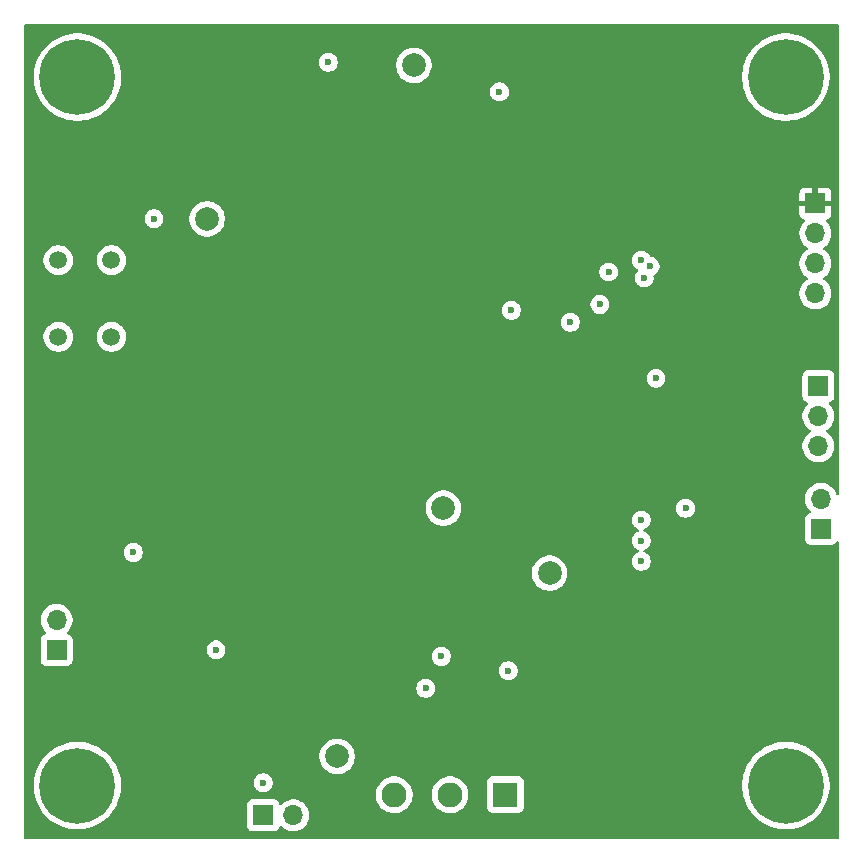
<source format=gbr>
%TF.GenerationSoftware,KiCad,Pcbnew,9.0.1*%
%TF.CreationDate,2025-04-02T11:20:44-04:00*%
%TF.ProjectId,Colossus_TI_rev_A,436f6c6f-7373-4757-935f-54495f726576,rev?*%
%TF.SameCoordinates,Original*%
%TF.FileFunction,Copper,L3,Inr*%
%TF.FilePolarity,Positive*%
%FSLAX46Y46*%
G04 Gerber Fmt 4.6, Leading zero omitted, Abs format (unit mm)*
G04 Created by KiCad (PCBNEW 9.0.1) date 2025-04-02 11:20:44*
%MOMM*%
%LPD*%
G01*
G04 APERTURE LIST*
%TA.AperFunction,ComponentPad*%
%ADD10R,1.700000X1.700000*%
%TD*%
%TA.AperFunction,ComponentPad*%
%ADD11O,1.700000X1.700000*%
%TD*%
%TA.AperFunction,ComponentPad*%
%ADD12C,2.000000*%
%TD*%
%TA.AperFunction,ComponentPad*%
%ADD13R,2.108200X2.108200*%
%TD*%
%TA.AperFunction,ComponentPad*%
%ADD14C,2.108200*%
%TD*%
%TA.AperFunction,ComponentPad*%
%ADD15C,0.800000*%
%TD*%
%TA.AperFunction,ComponentPad*%
%ADD16C,6.400000*%
%TD*%
%TA.AperFunction,ComponentPad*%
%ADD17C,1.507998*%
%TD*%
%TA.AperFunction,ViaPad*%
%ADD18C,0.600000*%
%TD*%
G04 APERTURE END LIST*
D10*
%TO.N,Vdd*%
%TO.C,J1*%
X117500000Y-65700000D03*
D11*
%TO.N,SWCLK*%
X117500000Y-68240000D03*
%TO.N,SWDIO*%
X117500000Y-70780000D03*
%TO.N,Vss*%
X117500000Y-73320000D03*
%TD*%
D10*
%TO.N,Vss*%
%TO.C,J5*%
X53250000Y-103499998D03*
D11*
%TO.N,Net-(J5-Pin_2)*%
X53250000Y-100959998D03*
%TD*%
D12*
%TO.N,Charge Amp In*%
%TO.C,MFCin*%
X77000000Y-112500000D03*
%TD*%
D13*
%TO.N,FMout*%
%TO.C,SW1*%
X91250000Y-115750000D03*
D14*
%TO.N,MFC IN*%
X86551000Y-115750000D03*
%TO.N,Charge Amp In*%
X81852000Y-115750000D03*
%TD*%
D15*
%TO.N,N/C*%
%TO.C,H2*%
X112600000Y-55000000D03*
X113302944Y-53302944D03*
X113302944Y-56697056D03*
X115000000Y-52600000D03*
D16*
X115000000Y-55000000D03*
D15*
X115000000Y-57400000D03*
X116697056Y-53302944D03*
X116697056Y-56697056D03*
X117400000Y-55000000D03*
%TD*%
D12*
%TO.N,Temp Read*%
%TO.C,Temp Read*%
X83500000Y-54000000D03*
%TD*%
D10*
%TO.N,PA2*%
%TO.C,J4*%
X117975000Y-93250000D03*
D11*
%TO.N,PA23*%
X117975000Y-90710000D03*
%TD*%
D12*
%TO.N,Strain Read*%
%TO.C,Charge Amp Out*%
X86000000Y-91500000D03*
%TD*%
D17*
%TO.N,Net-(C10-Pad2)*%
%TO.C,SW2*%
X57895100Y-70499999D03*
%TO.N,NRST*%
X57895100Y-77000001D03*
%TO.N,N/C*%
X53395099Y-70499999D03*
X53395099Y-77000001D03*
%TD*%
D15*
%TO.N,N/C*%
%TO.C,H3*%
X52600000Y-115000000D03*
X53302944Y-113302944D03*
X53302944Y-116697056D03*
X55000000Y-112600000D03*
D16*
X55000000Y-115000000D03*
D15*
X55000000Y-117400000D03*
X56697056Y-113302944D03*
X56697056Y-116697056D03*
X57400000Y-115000000D03*
%TD*%
D10*
%TO.N,Vss*%
%TO.C,J2*%
X70750000Y-117500000D03*
D11*
%TO.N,MFC IN*%
X73290000Y-117500000D03*
%TD*%
D15*
%TO.N,N/C*%
%TO.C,H4*%
X112600000Y-115000000D03*
X113302944Y-113302944D03*
X113302944Y-116697056D03*
X115000000Y-112600000D03*
D16*
X115000000Y-115000000D03*
D15*
X115000000Y-117400000D03*
X116697056Y-113302944D03*
X116697056Y-116697056D03*
X117400000Y-115000000D03*
%TD*%
D12*
%TO.N,FMout*%
%TO.C,FMout*%
X95000000Y-97000000D03*
%TD*%
D15*
%TO.N,N/C*%
%TO.C,H1*%
X52600000Y-55000000D03*
X53302944Y-53302944D03*
X53302944Y-56697056D03*
X55000000Y-52600000D03*
D16*
X55000000Y-55000000D03*
D15*
X55000000Y-57400000D03*
X56697056Y-53302944D03*
X56697056Y-56697056D03*
X57400000Y-55000000D03*
%TD*%
D12*
%TO.N,Vss*%
%TO.C,Example*%
X66000000Y-67000000D03*
%TD*%
D10*
%TO.N,A3*%
%TO.C,J3*%
X117750000Y-81170000D03*
D11*
%TO.N,A4*%
X117750000Y-83710000D03*
%TO.N,A5*%
X117750000Y-86250000D03*
%TD*%
D18*
%TO.N,Vss*%
X91750000Y-74750000D03*
X102750000Y-92500000D03*
X102750000Y-94250000D03*
X90750000Y-56250000D03*
X61500000Y-67000000D03*
X85830845Y-104055867D03*
X70750000Y-114750000D03*
X102750000Y-96000000D03*
X76250000Y-53750000D03*
X66750000Y-103500000D03*
X84500000Y-106750000D03*
X59750000Y-95250000D03*
X104000000Y-80500000D03*
X106500000Y-91500000D03*
%TO.N,Vdd*%
X77500000Y-105750000D03*
X91750000Y-73250000D03*
X77500000Y-103750000D03*
X76500000Y-100750000D03*
X75500000Y-101750000D03*
X83000000Y-58250000D03*
X106500000Y-97250000D03*
X75500000Y-105750000D03*
X75500000Y-99750000D03*
X59250000Y-79000000D03*
X84750000Y-104750000D03*
X76500000Y-104750000D03*
X65500000Y-100250000D03*
X102250000Y-98250000D03*
X76500000Y-102750000D03*
X75500000Y-103750000D03*
X55000000Y-97250000D03*
X77500000Y-99750000D03*
X77500000Y-101750000D03*
%TO.N,Strain Read*%
X102750000Y-70500000D03*
X91500000Y-105250000D03*
%TO.N,A4*%
X103000000Y-72000000D03*
%TO.N,A5*%
X100000000Y-71500000D03*
%TO.N,A3*%
X103500000Y-71000000D03*
%TO.N,PA2*%
X96750000Y-75750000D03*
%TO.N,PA23*%
X99250000Y-74250000D03*
%TD*%
%TA.AperFunction,Conductor*%
%TO.N,Vdd*%
G36*
X119442539Y-50520185D02*
G01*
X119488294Y-50572989D01*
X119499500Y-50624500D01*
X119499500Y-90248715D01*
X119479815Y-90315754D01*
X119427011Y-90361509D01*
X119357853Y-90371453D01*
X119294297Y-90342428D01*
X119257569Y-90287033D01*
X119226557Y-90191588D01*
X119130051Y-90002184D01*
X119130049Y-90002181D01*
X119130048Y-90002179D01*
X119005109Y-89830213D01*
X118854786Y-89679890D01*
X118682820Y-89554951D01*
X118493414Y-89458444D01*
X118493413Y-89458443D01*
X118493412Y-89458443D01*
X118291243Y-89392754D01*
X118291241Y-89392753D01*
X118291240Y-89392753D01*
X118129957Y-89367208D01*
X118081287Y-89359500D01*
X117868713Y-89359500D01*
X117820042Y-89367208D01*
X117658760Y-89392753D01*
X117456585Y-89458444D01*
X117267179Y-89554951D01*
X117095213Y-89679890D01*
X116944890Y-89830213D01*
X116819951Y-90002179D01*
X116723444Y-90191585D01*
X116657753Y-90393760D01*
X116624500Y-90603713D01*
X116624500Y-90816287D01*
X116657754Y-91026243D01*
X116697520Y-91148631D01*
X116723444Y-91228414D01*
X116819951Y-91417820D01*
X116944890Y-91589786D01*
X117058430Y-91703326D01*
X117091915Y-91764649D01*
X117086931Y-91834341D01*
X117045059Y-91890274D01*
X117014083Y-91907189D01*
X116882669Y-91956203D01*
X116882664Y-91956206D01*
X116767455Y-92042452D01*
X116767452Y-92042455D01*
X116681206Y-92157664D01*
X116681202Y-92157671D01*
X116630908Y-92292517D01*
X116624501Y-92352116D01*
X116624500Y-92352135D01*
X116624500Y-94147870D01*
X116624501Y-94147876D01*
X116630908Y-94207483D01*
X116681202Y-94342328D01*
X116681206Y-94342335D01*
X116767452Y-94457544D01*
X116767455Y-94457547D01*
X116882664Y-94543793D01*
X116882671Y-94543797D01*
X117017517Y-94594091D01*
X117017516Y-94594091D01*
X117024444Y-94594835D01*
X117077127Y-94600500D01*
X118872872Y-94600499D01*
X118932483Y-94594091D01*
X119067331Y-94543796D01*
X119182546Y-94457546D01*
X119221392Y-94405655D01*
X119274112Y-94335231D01*
X119276145Y-94336753D01*
X119316063Y-94296828D01*
X119384335Y-94281970D01*
X119449801Y-94306381D01*
X119491678Y-94362311D01*
X119499500Y-94405655D01*
X119499500Y-119375500D01*
X119479815Y-119442539D01*
X119427011Y-119488294D01*
X119375500Y-119499500D01*
X50624500Y-119499500D01*
X50557461Y-119479815D01*
X50511706Y-119427011D01*
X50500500Y-119375500D01*
X50500500Y-114818206D01*
X51299500Y-114818206D01*
X51299500Y-115181794D01*
X51310337Y-115291829D01*
X51335137Y-115543630D01*
X51406064Y-115900212D01*
X51406067Y-115900223D01*
X51511614Y-116248165D01*
X51650754Y-116584078D01*
X51650756Y-116584083D01*
X51822140Y-116904720D01*
X51822151Y-116904738D01*
X52024140Y-117207035D01*
X52024150Y-117207049D01*
X52254807Y-117488106D01*
X52511893Y-117745192D01*
X52511898Y-117745196D01*
X52511899Y-117745197D01*
X52792956Y-117975854D01*
X53095268Y-118177853D01*
X53095277Y-118177858D01*
X53095279Y-118177859D01*
X53415916Y-118349243D01*
X53415918Y-118349243D01*
X53415924Y-118349247D01*
X53751836Y-118488386D01*
X54099767Y-118593930D01*
X54099773Y-118593931D01*
X54099776Y-118593932D01*
X54099787Y-118593935D01*
X54407030Y-118655048D01*
X54456369Y-118664862D01*
X54818206Y-118700500D01*
X54818209Y-118700500D01*
X55181791Y-118700500D01*
X55181794Y-118700500D01*
X55543631Y-118664862D01*
X55613045Y-118651054D01*
X55900212Y-118593935D01*
X55900223Y-118593932D01*
X55900223Y-118593931D01*
X55900233Y-118593930D01*
X56248164Y-118488386D01*
X56584076Y-118349247D01*
X56904732Y-118177853D01*
X57207044Y-117975854D01*
X57488101Y-117745197D01*
X57745197Y-117488101D01*
X57975854Y-117207044D01*
X58177853Y-116904732D01*
X58339594Y-116602135D01*
X69399500Y-116602135D01*
X69399500Y-118397870D01*
X69399501Y-118397876D01*
X69405908Y-118457483D01*
X69456202Y-118592328D01*
X69456206Y-118592335D01*
X69542452Y-118707544D01*
X69542455Y-118707547D01*
X69657664Y-118793793D01*
X69657671Y-118793797D01*
X69792517Y-118844091D01*
X69792516Y-118844091D01*
X69799444Y-118844835D01*
X69852127Y-118850500D01*
X71647872Y-118850499D01*
X71707483Y-118844091D01*
X71842331Y-118793796D01*
X71957546Y-118707546D01*
X72043796Y-118592331D01*
X72092810Y-118460916D01*
X72134681Y-118404984D01*
X72200145Y-118380566D01*
X72268418Y-118395417D01*
X72296673Y-118416569D01*
X72410213Y-118530109D01*
X72582179Y-118655048D01*
X72582181Y-118655049D01*
X72582184Y-118655051D01*
X72771588Y-118751557D01*
X72973757Y-118817246D01*
X73183713Y-118850500D01*
X73183714Y-118850500D01*
X73396286Y-118850500D01*
X73396287Y-118850500D01*
X73606243Y-118817246D01*
X73808412Y-118751557D01*
X73997816Y-118655051D01*
X74081940Y-118593932D01*
X74169786Y-118530109D01*
X74169788Y-118530106D01*
X74169792Y-118530104D01*
X74320104Y-118379792D01*
X74320106Y-118379788D01*
X74320109Y-118379786D01*
X74445048Y-118207820D01*
X74445047Y-118207820D01*
X74445051Y-118207816D01*
X74541557Y-118018412D01*
X74607246Y-117816243D01*
X74640500Y-117606287D01*
X74640500Y-117393713D01*
X74607246Y-117183757D01*
X74541557Y-116981588D01*
X74445051Y-116792184D01*
X74445049Y-116792181D01*
X74445048Y-116792179D01*
X74320109Y-116620213D01*
X74169786Y-116469890D01*
X73997820Y-116344951D01*
X73808414Y-116248444D01*
X73808413Y-116248443D01*
X73808412Y-116248443D01*
X73606243Y-116182754D01*
X73606241Y-116182753D01*
X73606240Y-116182753D01*
X73444957Y-116157208D01*
X73396287Y-116149500D01*
X73183713Y-116149500D01*
X73135042Y-116157208D01*
X72973760Y-116182753D01*
X72771585Y-116248444D01*
X72582179Y-116344951D01*
X72410215Y-116469889D01*
X72296673Y-116583431D01*
X72235350Y-116616915D01*
X72165658Y-116611931D01*
X72109725Y-116570059D01*
X72092810Y-116539082D01*
X72043797Y-116407671D01*
X72043793Y-116407664D01*
X71957547Y-116292455D01*
X71957544Y-116292452D01*
X71842335Y-116206206D01*
X71842328Y-116206202D01*
X71707482Y-116155908D01*
X71707483Y-116155908D01*
X71647883Y-116149501D01*
X71647881Y-116149500D01*
X71647873Y-116149500D01*
X71647864Y-116149500D01*
X69852129Y-116149500D01*
X69852123Y-116149501D01*
X69792516Y-116155908D01*
X69657671Y-116206202D01*
X69657664Y-116206206D01*
X69542455Y-116292452D01*
X69542452Y-116292455D01*
X69456206Y-116407664D01*
X69456202Y-116407671D01*
X69405908Y-116542517D01*
X69399501Y-116602116D01*
X69399500Y-116602135D01*
X58339594Y-116602135D01*
X58349247Y-116584076D01*
X58488386Y-116248164D01*
X58593930Y-115900233D01*
X58593932Y-115900223D01*
X58593935Y-115900212D01*
X58648150Y-115627650D01*
X80297400Y-115627650D01*
X80297400Y-115872349D01*
X80335680Y-116114037D01*
X80335680Y-116114040D01*
X80411294Y-116346756D01*
X80411296Y-116346759D01*
X80522387Y-116564788D01*
X80666218Y-116762754D01*
X80839246Y-116935782D01*
X81037212Y-117079613D01*
X81255241Y-117190704D01*
X81255243Y-117190705D01*
X81472311Y-117261234D01*
X81487964Y-117266320D01*
X81729650Y-117304600D01*
X81729651Y-117304600D01*
X81974349Y-117304600D01*
X81974350Y-117304600D01*
X82216036Y-117266320D01*
X82216039Y-117266319D01*
X82216040Y-117266319D01*
X82448756Y-117190705D01*
X82448756Y-117190704D01*
X82448759Y-117190704D01*
X82666788Y-117079613D01*
X82864754Y-116935782D01*
X83037782Y-116762754D01*
X83181613Y-116564788D01*
X83292704Y-116346759D01*
X83310349Y-116292452D01*
X83368319Y-116114040D01*
X83368319Y-116114039D01*
X83368320Y-116114036D01*
X83406600Y-115872350D01*
X83406600Y-115627650D01*
X84996400Y-115627650D01*
X84996400Y-115872349D01*
X85034680Y-116114037D01*
X85034680Y-116114040D01*
X85110294Y-116346756D01*
X85110296Y-116346759D01*
X85221387Y-116564788D01*
X85365218Y-116762754D01*
X85538246Y-116935782D01*
X85736212Y-117079613D01*
X85954241Y-117190704D01*
X85954243Y-117190705D01*
X86171311Y-117261234D01*
X86186964Y-117266320D01*
X86428650Y-117304600D01*
X86428651Y-117304600D01*
X86673349Y-117304600D01*
X86673350Y-117304600D01*
X86915036Y-117266320D01*
X86915039Y-117266319D01*
X86915040Y-117266319D01*
X87147756Y-117190705D01*
X87147756Y-117190704D01*
X87147759Y-117190704D01*
X87365788Y-117079613D01*
X87563754Y-116935782D01*
X87736782Y-116762754D01*
X87880613Y-116564788D01*
X87991704Y-116346759D01*
X88009349Y-116292452D01*
X88067319Y-116114040D01*
X88067319Y-116114039D01*
X88067320Y-116114036D01*
X88105600Y-115872350D01*
X88105600Y-115627650D01*
X88067320Y-115385964D01*
X88067319Y-115385960D01*
X88067319Y-115385959D01*
X87991705Y-115153243D01*
X87991703Y-115153240D01*
X87979447Y-115129185D01*
X87880613Y-114935212D01*
X87736782Y-114737246D01*
X87647571Y-114648035D01*
X89695400Y-114648035D01*
X89695400Y-116851970D01*
X89695401Y-116851976D01*
X89701808Y-116911583D01*
X89752102Y-117046428D01*
X89752106Y-117046435D01*
X89838352Y-117161644D01*
X89838355Y-117161647D01*
X89953564Y-117247893D01*
X89953571Y-117247897D01*
X90088417Y-117298191D01*
X90088416Y-117298191D01*
X90095344Y-117298935D01*
X90148027Y-117304600D01*
X92351972Y-117304599D01*
X92411583Y-117298191D01*
X92546431Y-117247896D01*
X92661646Y-117161646D01*
X92747896Y-117046431D01*
X92798191Y-116911583D01*
X92804600Y-116851973D01*
X92804599Y-114818206D01*
X111299500Y-114818206D01*
X111299500Y-115181794D01*
X111310337Y-115291829D01*
X111335137Y-115543630D01*
X111406064Y-115900212D01*
X111406067Y-115900223D01*
X111511614Y-116248165D01*
X111650754Y-116584078D01*
X111650756Y-116584083D01*
X111822140Y-116904720D01*
X111822151Y-116904738D01*
X112024140Y-117207035D01*
X112024150Y-117207049D01*
X112254807Y-117488106D01*
X112511893Y-117745192D01*
X112511898Y-117745196D01*
X112511899Y-117745197D01*
X112792956Y-117975854D01*
X113095268Y-118177853D01*
X113095277Y-118177858D01*
X113095279Y-118177859D01*
X113415916Y-118349243D01*
X113415918Y-118349243D01*
X113415924Y-118349247D01*
X113751836Y-118488386D01*
X114099767Y-118593930D01*
X114099773Y-118593931D01*
X114099776Y-118593932D01*
X114099787Y-118593935D01*
X114407030Y-118655048D01*
X114456369Y-118664862D01*
X114818206Y-118700500D01*
X114818209Y-118700500D01*
X115181791Y-118700500D01*
X115181794Y-118700500D01*
X115543631Y-118664862D01*
X115613045Y-118651054D01*
X115900212Y-118593935D01*
X115900223Y-118593932D01*
X115900223Y-118593931D01*
X115900233Y-118593930D01*
X116248164Y-118488386D01*
X116584076Y-118349247D01*
X116904732Y-118177853D01*
X117207044Y-117975854D01*
X117488101Y-117745197D01*
X117745197Y-117488101D01*
X117975854Y-117207044D01*
X118177853Y-116904732D01*
X118349247Y-116584076D01*
X118488386Y-116248164D01*
X118593930Y-115900233D01*
X118593932Y-115900223D01*
X118593935Y-115900212D01*
X118664862Y-115543630D01*
X118667215Y-115519737D01*
X118700500Y-115181794D01*
X118700500Y-114818206D01*
X118664862Y-114456369D01*
X118635608Y-114309296D01*
X118593935Y-114099787D01*
X118593932Y-114099776D01*
X118593931Y-114099773D01*
X118593930Y-114099767D01*
X118488386Y-113751836D01*
X118349247Y-113415924D01*
X118177853Y-113095268D01*
X117975854Y-112792956D01*
X117745197Y-112511899D01*
X117745196Y-112511898D01*
X117745192Y-112511893D01*
X117488106Y-112254807D01*
X117207049Y-112024150D01*
X117207048Y-112024149D01*
X117207044Y-112024146D01*
X116904732Y-111822147D01*
X116904727Y-111822144D01*
X116904720Y-111822140D01*
X116584083Y-111650756D01*
X116584078Y-111650754D01*
X116248165Y-111511614D01*
X115900223Y-111406067D01*
X115900212Y-111406064D01*
X115543630Y-111335137D01*
X115271111Y-111308296D01*
X115181794Y-111299500D01*
X114818206Y-111299500D01*
X114735679Y-111307628D01*
X114456369Y-111335137D01*
X114099787Y-111406064D01*
X114099776Y-111406067D01*
X113751834Y-111511614D01*
X113415921Y-111650754D01*
X113415916Y-111650756D01*
X113095279Y-111822140D01*
X113095261Y-111822151D01*
X112792964Y-112024140D01*
X112792950Y-112024150D01*
X112511893Y-112254807D01*
X112254807Y-112511893D01*
X112024150Y-112792950D01*
X112024140Y-112792964D01*
X111822151Y-113095261D01*
X111822140Y-113095279D01*
X111650756Y-113415916D01*
X111650754Y-113415921D01*
X111511614Y-113751834D01*
X111406067Y-114099776D01*
X111406064Y-114099787D01*
X111335137Y-114456369D01*
X111313983Y-114671155D01*
X111299500Y-114818206D01*
X92804599Y-114818206D01*
X92804599Y-114648028D01*
X92798191Y-114588417D01*
X92789165Y-114564218D01*
X92747897Y-114453571D01*
X92747893Y-114453564D01*
X92661647Y-114338355D01*
X92661644Y-114338352D01*
X92546435Y-114252106D01*
X92546428Y-114252102D01*
X92411582Y-114201808D01*
X92411583Y-114201808D01*
X92351983Y-114195401D01*
X92351981Y-114195400D01*
X92351973Y-114195400D01*
X92351964Y-114195400D01*
X90148029Y-114195400D01*
X90148023Y-114195401D01*
X90088416Y-114201808D01*
X89953571Y-114252102D01*
X89953564Y-114252106D01*
X89838355Y-114338352D01*
X89838352Y-114338355D01*
X89752106Y-114453564D01*
X89752102Y-114453571D01*
X89701808Y-114588417D01*
X89695401Y-114648016D01*
X89695401Y-114648023D01*
X89695400Y-114648035D01*
X87647571Y-114648035D01*
X87563754Y-114564218D01*
X87365788Y-114420387D01*
X87147759Y-114309296D01*
X87147756Y-114309294D01*
X86915038Y-114233680D01*
X86713814Y-114201809D01*
X86673350Y-114195400D01*
X86428650Y-114195400D01*
X86388186Y-114201809D01*
X86186962Y-114233680D01*
X86186959Y-114233680D01*
X85954243Y-114309294D01*
X85954240Y-114309296D01*
X85736211Y-114420387D01*
X85690538Y-114453571D01*
X85538246Y-114564218D01*
X85538244Y-114564220D01*
X85538243Y-114564220D01*
X85365220Y-114737243D01*
X85365220Y-114737244D01*
X85365218Y-114737246D01*
X85306397Y-114818206D01*
X85221387Y-114935211D01*
X85110296Y-115153240D01*
X85110294Y-115153243D01*
X85034680Y-115385959D01*
X85034680Y-115385962D01*
X84996400Y-115627650D01*
X83406600Y-115627650D01*
X83368320Y-115385964D01*
X83368319Y-115385960D01*
X83368319Y-115385959D01*
X83292705Y-115153243D01*
X83292703Y-115153240D01*
X83280447Y-115129185D01*
X83181613Y-114935212D01*
X83037782Y-114737246D01*
X82864754Y-114564218D01*
X82666788Y-114420387D01*
X82448759Y-114309296D01*
X82448756Y-114309294D01*
X82216038Y-114233680D01*
X82014814Y-114201809D01*
X81974350Y-114195400D01*
X81729650Y-114195400D01*
X81689186Y-114201809D01*
X81487962Y-114233680D01*
X81487959Y-114233680D01*
X81255243Y-114309294D01*
X81255240Y-114309296D01*
X81037211Y-114420387D01*
X80991538Y-114453571D01*
X80839246Y-114564218D01*
X80839244Y-114564220D01*
X80839243Y-114564220D01*
X80666220Y-114737243D01*
X80666220Y-114737244D01*
X80666218Y-114737246D01*
X80607397Y-114818206D01*
X80522387Y-114935211D01*
X80411296Y-115153240D01*
X80411294Y-115153243D01*
X80335680Y-115385959D01*
X80335680Y-115385962D01*
X80297400Y-115627650D01*
X58648150Y-115627650D01*
X58664862Y-115543630D01*
X58667215Y-115519737D01*
X58700500Y-115181794D01*
X58700500Y-114818206D01*
X58686016Y-114671153D01*
X69949500Y-114671153D01*
X69949500Y-114828846D01*
X69980261Y-114983489D01*
X69980264Y-114983501D01*
X70040602Y-115129172D01*
X70040609Y-115129185D01*
X70128210Y-115260288D01*
X70128213Y-115260292D01*
X70239707Y-115371786D01*
X70239711Y-115371789D01*
X70370814Y-115459390D01*
X70370827Y-115459397D01*
X70488691Y-115508217D01*
X70516503Y-115519737D01*
X70671153Y-115550499D01*
X70671156Y-115550500D01*
X70671158Y-115550500D01*
X70828844Y-115550500D01*
X70828845Y-115550499D01*
X70983497Y-115519737D01*
X70995780Y-115514648D01*
X71011310Y-115508217D01*
X71129172Y-115459397D01*
X71129172Y-115459396D01*
X71129179Y-115459394D01*
X71260289Y-115371789D01*
X71371789Y-115260289D01*
X71459394Y-115129179D01*
X71519737Y-114983497D01*
X71550500Y-114828842D01*
X71550500Y-114671158D01*
X71550500Y-114671155D01*
X71550499Y-114671153D01*
X71519737Y-114516503D01*
X71479925Y-114420387D01*
X71459397Y-114370827D01*
X71459390Y-114370814D01*
X71371789Y-114239711D01*
X71371786Y-114239707D01*
X71260292Y-114128213D01*
X71260288Y-114128210D01*
X71129185Y-114040609D01*
X71129172Y-114040602D01*
X70983501Y-113980264D01*
X70983489Y-113980261D01*
X70828845Y-113949500D01*
X70828842Y-113949500D01*
X70671158Y-113949500D01*
X70671155Y-113949500D01*
X70516510Y-113980261D01*
X70516498Y-113980264D01*
X70370827Y-114040602D01*
X70370814Y-114040609D01*
X70239711Y-114128210D01*
X70239707Y-114128213D01*
X70128213Y-114239707D01*
X70128210Y-114239711D01*
X70040609Y-114370814D01*
X70040602Y-114370827D01*
X69980264Y-114516498D01*
X69980261Y-114516510D01*
X69949500Y-114671153D01*
X58686016Y-114671153D01*
X58664862Y-114456369D01*
X58593935Y-114099787D01*
X58593932Y-114099776D01*
X58593931Y-114099773D01*
X58593930Y-114099767D01*
X58488386Y-113751836D01*
X58349247Y-113415924D01*
X58177853Y-113095268D01*
X57975854Y-112792956D01*
X57745197Y-112511899D01*
X57745196Y-112511898D01*
X57745192Y-112511893D01*
X57615201Y-112381902D01*
X75499500Y-112381902D01*
X75499500Y-112618097D01*
X75536446Y-112851368D01*
X75609433Y-113075996D01*
X75716657Y-113286433D01*
X75855483Y-113477510D01*
X76022490Y-113644517D01*
X76213567Y-113783343D01*
X76312991Y-113834002D01*
X76424003Y-113890566D01*
X76424005Y-113890566D01*
X76424008Y-113890568D01*
X76544412Y-113929689D01*
X76648631Y-113963553D01*
X76881903Y-114000500D01*
X76881908Y-114000500D01*
X77118097Y-114000500D01*
X77351368Y-113963553D01*
X77575992Y-113890568D01*
X77786433Y-113783343D01*
X77977510Y-113644517D01*
X78144517Y-113477510D01*
X78283343Y-113286433D01*
X78390568Y-113075992D01*
X78463553Y-112851368D01*
X78472803Y-112792964D01*
X78500500Y-112618097D01*
X78500500Y-112381902D01*
X78463553Y-112148631D01*
X78390566Y-111924003D01*
X78283342Y-111713566D01*
X78144517Y-111522490D01*
X77977510Y-111355483D01*
X77786433Y-111216657D01*
X77575996Y-111109433D01*
X77351368Y-111036446D01*
X77118097Y-110999500D01*
X77118092Y-110999500D01*
X76881908Y-110999500D01*
X76881903Y-110999500D01*
X76648631Y-111036446D01*
X76424003Y-111109433D01*
X76213566Y-111216657D01*
X76104550Y-111295862D01*
X76022490Y-111355483D01*
X76022488Y-111355485D01*
X76022487Y-111355485D01*
X75855485Y-111522487D01*
X75855485Y-111522488D01*
X75855483Y-111522490D01*
X75795862Y-111604550D01*
X75716657Y-111713566D01*
X75609433Y-111924003D01*
X75536446Y-112148631D01*
X75499500Y-112381902D01*
X57615201Y-112381902D01*
X57488106Y-112254807D01*
X57207049Y-112024150D01*
X57207048Y-112024149D01*
X57207044Y-112024146D01*
X56904732Y-111822147D01*
X56904727Y-111822144D01*
X56904720Y-111822140D01*
X56584083Y-111650756D01*
X56584078Y-111650754D01*
X56248165Y-111511614D01*
X55900223Y-111406067D01*
X55900212Y-111406064D01*
X55543630Y-111335137D01*
X55271111Y-111308296D01*
X55181794Y-111299500D01*
X54818206Y-111299500D01*
X54735679Y-111307628D01*
X54456369Y-111335137D01*
X54099787Y-111406064D01*
X54099776Y-111406067D01*
X53751834Y-111511614D01*
X53415921Y-111650754D01*
X53415916Y-111650756D01*
X53095279Y-111822140D01*
X53095261Y-111822151D01*
X52792964Y-112024140D01*
X52792950Y-112024150D01*
X52511893Y-112254807D01*
X52254807Y-112511893D01*
X52024150Y-112792950D01*
X52024140Y-112792964D01*
X51822151Y-113095261D01*
X51822140Y-113095279D01*
X51650756Y-113415916D01*
X51650754Y-113415921D01*
X51511614Y-113751834D01*
X51406067Y-114099776D01*
X51406064Y-114099787D01*
X51335137Y-114456369D01*
X51313983Y-114671155D01*
X51299500Y-114818206D01*
X50500500Y-114818206D01*
X50500500Y-106671153D01*
X83699500Y-106671153D01*
X83699500Y-106828846D01*
X83730261Y-106983489D01*
X83730264Y-106983501D01*
X83790602Y-107129172D01*
X83790609Y-107129185D01*
X83878210Y-107260288D01*
X83878213Y-107260292D01*
X83989707Y-107371786D01*
X83989711Y-107371789D01*
X84120814Y-107459390D01*
X84120827Y-107459397D01*
X84266498Y-107519735D01*
X84266503Y-107519737D01*
X84421153Y-107550499D01*
X84421156Y-107550500D01*
X84421158Y-107550500D01*
X84578844Y-107550500D01*
X84578845Y-107550499D01*
X84733497Y-107519737D01*
X84879179Y-107459394D01*
X85010289Y-107371789D01*
X85121789Y-107260289D01*
X85209394Y-107129179D01*
X85269737Y-106983497D01*
X85300500Y-106828842D01*
X85300500Y-106671158D01*
X85300500Y-106671155D01*
X85300499Y-106671153D01*
X85269738Y-106516510D01*
X85269737Y-106516503D01*
X85269735Y-106516498D01*
X85209397Y-106370827D01*
X85209390Y-106370814D01*
X85121789Y-106239711D01*
X85121786Y-106239707D01*
X85010292Y-106128213D01*
X85010288Y-106128210D01*
X84879185Y-106040609D01*
X84879172Y-106040602D01*
X84733501Y-105980264D01*
X84733489Y-105980261D01*
X84578845Y-105949500D01*
X84578842Y-105949500D01*
X84421158Y-105949500D01*
X84421155Y-105949500D01*
X84266510Y-105980261D01*
X84266498Y-105980264D01*
X84120827Y-106040602D01*
X84120814Y-106040609D01*
X83989711Y-106128210D01*
X83989707Y-106128213D01*
X83878213Y-106239707D01*
X83878210Y-106239711D01*
X83790609Y-106370814D01*
X83790602Y-106370827D01*
X83730264Y-106516498D01*
X83730261Y-106516510D01*
X83699500Y-106671153D01*
X50500500Y-106671153D01*
X50500500Y-105171153D01*
X90699500Y-105171153D01*
X90699500Y-105328846D01*
X90730261Y-105483489D01*
X90730264Y-105483501D01*
X90790602Y-105629172D01*
X90790609Y-105629185D01*
X90878210Y-105760288D01*
X90878213Y-105760292D01*
X90989707Y-105871786D01*
X90989711Y-105871789D01*
X91120814Y-105959390D01*
X91120827Y-105959397D01*
X91266498Y-106019735D01*
X91266503Y-106019737D01*
X91421153Y-106050499D01*
X91421156Y-106050500D01*
X91421158Y-106050500D01*
X91578844Y-106050500D01*
X91578845Y-106050499D01*
X91733497Y-106019737D01*
X91879179Y-105959394D01*
X92010289Y-105871789D01*
X92121789Y-105760289D01*
X92209394Y-105629179D01*
X92269737Y-105483497D01*
X92300500Y-105328842D01*
X92300500Y-105171158D01*
X92300500Y-105171155D01*
X92300499Y-105171153D01*
X92269738Y-105016510D01*
X92269737Y-105016503D01*
X92269735Y-105016498D01*
X92209397Y-104870827D01*
X92209390Y-104870814D01*
X92121789Y-104739711D01*
X92121786Y-104739707D01*
X92010292Y-104628213D01*
X92010288Y-104628210D01*
X91879185Y-104540609D01*
X91879172Y-104540602D01*
X91733501Y-104480264D01*
X91733489Y-104480261D01*
X91578845Y-104449500D01*
X91578842Y-104449500D01*
X91421158Y-104449500D01*
X91421155Y-104449500D01*
X91266510Y-104480261D01*
X91266498Y-104480264D01*
X91120827Y-104540602D01*
X91120814Y-104540609D01*
X90989711Y-104628210D01*
X90989707Y-104628213D01*
X90878213Y-104739707D01*
X90878210Y-104739711D01*
X90790609Y-104870814D01*
X90790602Y-104870827D01*
X90730264Y-105016498D01*
X90730261Y-105016510D01*
X90699500Y-105171153D01*
X50500500Y-105171153D01*
X50500500Y-100853711D01*
X51899500Y-100853711D01*
X51899500Y-101066284D01*
X51932753Y-101276237D01*
X51998444Y-101478412D01*
X52094951Y-101667818D01*
X52219890Y-101839784D01*
X52333430Y-101953324D01*
X52366915Y-102014647D01*
X52361931Y-102084339D01*
X52320059Y-102140272D01*
X52289083Y-102157187D01*
X52157669Y-102206201D01*
X52157664Y-102206204D01*
X52042455Y-102292450D01*
X52042452Y-102292453D01*
X51956206Y-102407662D01*
X51956202Y-102407669D01*
X51905908Y-102542515D01*
X51899501Y-102602114D01*
X51899501Y-102602121D01*
X51899500Y-102602133D01*
X51899500Y-104397868D01*
X51899501Y-104397874D01*
X51905908Y-104457481D01*
X51956202Y-104592326D01*
X51956206Y-104592333D01*
X52042452Y-104707542D01*
X52042455Y-104707545D01*
X52157664Y-104793791D01*
X52157671Y-104793795D01*
X52292517Y-104844089D01*
X52292516Y-104844089D01*
X52299444Y-104844833D01*
X52352127Y-104850498D01*
X54147872Y-104850497D01*
X54207483Y-104844089D01*
X54342331Y-104793794D01*
X54457546Y-104707544D01*
X54543796Y-104592329D01*
X54594091Y-104457481D01*
X54600500Y-104397871D01*
X54600499Y-103421153D01*
X65949500Y-103421153D01*
X65949500Y-103578846D01*
X65980261Y-103733489D01*
X65980264Y-103733501D01*
X66040602Y-103879172D01*
X66040609Y-103879185D01*
X66128210Y-104010288D01*
X66128213Y-104010292D01*
X66239707Y-104121786D01*
X66239711Y-104121789D01*
X66370814Y-104209390D01*
X66370827Y-104209397D01*
X66516498Y-104269735D01*
X66516503Y-104269737D01*
X66671153Y-104300499D01*
X66671156Y-104300500D01*
X66671158Y-104300500D01*
X66828844Y-104300500D01*
X66828845Y-104300499D01*
X66983497Y-104269737D01*
X67129179Y-104209394D01*
X67260289Y-104121789D01*
X67371789Y-104010289D01*
X67394018Y-103977020D01*
X85030345Y-103977020D01*
X85030345Y-104134713D01*
X85061106Y-104289356D01*
X85061109Y-104289368D01*
X85121447Y-104435039D01*
X85121454Y-104435052D01*
X85209055Y-104566155D01*
X85209058Y-104566159D01*
X85320552Y-104677653D01*
X85320556Y-104677656D01*
X85451659Y-104765257D01*
X85451672Y-104765264D01*
X85597343Y-104825602D01*
X85597348Y-104825604D01*
X85722488Y-104850496D01*
X85751998Y-104856366D01*
X85752001Y-104856367D01*
X85752003Y-104856367D01*
X85909689Y-104856367D01*
X85909690Y-104856366D01*
X86064342Y-104825604D01*
X86210024Y-104765261D01*
X86341134Y-104677656D01*
X86452634Y-104566156D01*
X86540239Y-104435046D01*
X86600582Y-104289364D01*
X86631345Y-104134709D01*
X86631345Y-103977025D01*
X86631345Y-103977022D01*
X86631344Y-103977020D01*
X86611882Y-103879179D01*
X86600582Y-103822370D01*
X86563767Y-103733489D01*
X86540242Y-103676694D01*
X86540235Y-103676681D01*
X86452634Y-103545578D01*
X86452631Y-103545574D01*
X86341137Y-103434080D01*
X86341133Y-103434077D01*
X86210030Y-103346476D01*
X86210017Y-103346469D01*
X86064346Y-103286131D01*
X86064334Y-103286128D01*
X85909690Y-103255367D01*
X85909687Y-103255367D01*
X85752003Y-103255367D01*
X85752000Y-103255367D01*
X85597355Y-103286128D01*
X85597343Y-103286131D01*
X85451672Y-103346469D01*
X85451659Y-103346476D01*
X85320556Y-103434077D01*
X85320552Y-103434080D01*
X85209058Y-103545574D01*
X85209055Y-103545578D01*
X85121454Y-103676681D01*
X85121447Y-103676694D01*
X85061109Y-103822365D01*
X85061106Y-103822377D01*
X85030345Y-103977020D01*
X67394018Y-103977020D01*
X67410340Y-103952592D01*
X67444118Y-103902042D01*
X67459390Y-103879185D01*
X67459390Y-103879184D01*
X67459394Y-103879179D01*
X67519737Y-103733497D01*
X67550500Y-103578842D01*
X67550500Y-103421158D01*
X67550500Y-103421155D01*
X67550499Y-103421153D01*
X67523641Y-103286130D01*
X67519737Y-103266503D01*
X67515124Y-103255367D01*
X67459397Y-103120827D01*
X67459390Y-103120814D01*
X67371789Y-102989711D01*
X67371786Y-102989707D01*
X67260292Y-102878213D01*
X67260288Y-102878210D01*
X67129185Y-102790609D01*
X67129172Y-102790602D01*
X66983501Y-102730264D01*
X66983489Y-102730261D01*
X66828845Y-102699500D01*
X66828842Y-102699500D01*
X66671158Y-102699500D01*
X66671155Y-102699500D01*
X66516510Y-102730261D01*
X66516498Y-102730264D01*
X66370827Y-102790602D01*
X66370814Y-102790609D01*
X66239711Y-102878210D01*
X66239707Y-102878213D01*
X66128213Y-102989707D01*
X66128210Y-102989711D01*
X66040609Y-103120814D01*
X66040602Y-103120827D01*
X65980264Y-103266498D01*
X65980261Y-103266510D01*
X65949500Y-103421153D01*
X54600499Y-103421153D01*
X54600499Y-102602126D01*
X54594091Y-102542515D01*
X54543796Y-102407667D01*
X54543795Y-102407666D01*
X54543793Y-102407662D01*
X54457547Y-102292453D01*
X54457544Y-102292450D01*
X54342335Y-102206204D01*
X54342328Y-102206200D01*
X54210917Y-102157187D01*
X54154983Y-102115316D01*
X54130566Y-102049851D01*
X54145418Y-101981578D01*
X54166563Y-101953330D01*
X54280104Y-101839790D01*
X54405051Y-101667814D01*
X54501557Y-101478410D01*
X54567246Y-101276241D01*
X54600500Y-101066285D01*
X54600500Y-100853711D01*
X54567246Y-100643755D01*
X54501557Y-100441586D01*
X54405051Y-100252182D01*
X54405049Y-100252179D01*
X54405048Y-100252177D01*
X54280109Y-100080211D01*
X54129786Y-99929888D01*
X53957820Y-99804949D01*
X53768414Y-99708442D01*
X53768413Y-99708441D01*
X53768412Y-99708441D01*
X53566243Y-99642752D01*
X53566241Y-99642751D01*
X53566240Y-99642751D01*
X53404957Y-99617206D01*
X53356287Y-99609498D01*
X53143713Y-99609498D01*
X53095042Y-99617206D01*
X52933760Y-99642751D01*
X52731585Y-99708442D01*
X52542179Y-99804949D01*
X52370213Y-99929888D01*
X52219890Y-100080211D01*
X52094951Y-100252177D01*
X51998444Y-100441583D01*
X51932753Y-100643758D01*
X51899500Y-100853711D01*
X50500500Y-100853711D01*
X50500500Y-96881902D01*
X93499500Y-96881902D01*
X93499500Y-97118097D01*
X93536446Y-97351368D01*
X93609433Y-97575996D01*
X93716657Y-97786433D01*
X93855483Y-97977510D01*
X94022490Y-98144517D01*
X94213567Y-98283343D01*
X94312991Y-98334002D01*
X94424003Y-98390566D01*
X94424005Y-98390566D01*
X94424008Y-98390568D01*
X94544412Y-98429689D01*
X94648631Y-98463553D01*
X94881903Y-98500500D01*
X94881908Y-98500500D01*
X95118097Y-98500500D01*
X95351368Y-98463553D01*
X95575992Y-98390568D01*
X95786433Y-98283343D01*
X95977510Y-98144517D01*
X96144517Y-97977510D01*
X96283343Y-97786433D01*
X96390568Y-97575992D01*
X96463553Y-97351368D01*
X96500500Y-97118097D01*
X96500500Y-96881902D01*
X96463553Y-96648631D01*
X96390566Y-96424003D01*
X96334002Y-96312991D01*
X96283343Y-96213567D01*
X96144517Y-96022490D01*
X95977510Y-95855483D01*
X95786433Y-95716657D01*
X95575996Y-95609433D01*
X95351368Y-95536446D01*
X95118097Y-95499500D01*
X95118092Y-95499500D01*
X94881908Y-95499500D01*
X94881903Y-95499500D01*
X94648631Y-95536446D01*
X94424003Y-95609433D01*
X94213566Y-95716657D01*
X94144967Y-95766498D01*
X94022490Y-95855483D01*
X94022488Y-95855485D01*
X94022487Y-95855485D01*
X93855485Y-96022487D01*
X93855485Y-96022488D01*
X93855483Y-96022490D01*
X93814541Y-96078842D01*
X93716657Y-96213566D01*
X93609433Y-96424003D01*
X93536446Y-96648631D01*
X93499500Y-96881902D01*
X50500500Y-96881902D01*
X50500500Y-95171153D01*
X58949500Y-95171153D01*
X58949500Y-95328846D01*
X58980261Y-95483489D01*
X58980264Y-95483501D01*
X59040602Y-95629172D01*
X59040609Y-95629185D01*
X59128210Y-95760288D01*
X59128213Y-95760292D01*
X59239707Y-95871786D01*
X59239711Y-95871789D01*
X59370814Y-95959390D01*
X59370827Y-95959397D01*
X59516498Y-96019735D01*
X59516503Y-96019737D01*
X59671153Y-96050499D01*
X59671156Y-96050500D01*
X59671158Y-96050500D01*
X59828844Y-96050500D01*
X59828845Y-96050499D01*
X59983497Y-96019737D01*
X60129179Y-95959394D01*
X60260289Y-95871789D01*
X60371789Y-95760289D01*
X60459394Y-95629179D01*
X60462854Y-95620827D01*
X60473067Y-95596166D01*
X60519737Y-95483497D01*
X60550500Y-95328842D01*
X60550500Y-95171158D01*
X60550500Y-95171155D01*
X60550499Y-95171153D01*
X60540438Y-95120574D01*
X60519737Y-95016503D01*
X60459794Y-94871786D01*
X60459397Y-94870827D01*
X60459390Y-94870814D01*
X60371789Y-94739711D01*
X60371786Y-94739707D01*
X60260292Y-94628213D01*
X60260288Y-94628210D01*
X60129185Y-94540609D01*
X60129172Y-94540602D01*
X59983501Y-94480264D01*
X59983489Y-94480261D01*
X59828845Y-94449500D01*
X59828842Y-94449500D01*
X59671158Y-94449500D01*
X59671155Y-94449500D01*
X59516510Y-94480261D01*
X59516498Y-94480264D01*
X59370827Y-94540602D01*
X59370814Y-94540609D01*
X59239711Y-94628210D01*
X59239707Y-94628213D01*
X59128213Y-94739707D01*
X59128210Y-94739711D01*
X59040609Y-94870814D01*
X59040602Y-94870827D01*
X58980264Y-95016498D01*
X58980261Y-95016510D01*
X58949500Y-95171153D01*
X50500500Y-95171153D01*
X50500500Y-91381902D01*
X84499500Y-91381902D01*
X84499500Y-91618097D01*
X84536446Y-91851368D01*
X84609433Y-92075996D01*
X84677405Y-92209397D01*
X84716657Y-92286433D01*
X84855483Y-92477510D01*
X85022490Y-92644517D01*
X85213567Y-92783343D01*
X85312991Y-92834002D01*
X85424003Y-92890566D01*
X85424005Y-92890566D01*
X85424008Y-92890568D01*
X85544412Y-92929689D01*
X85648631Y-92963553D01*
X85881903Y-93000500D01*
X85881908Y-93000500D01*
X86118097Y-93000500D01*
X86351368Y-92963553D01*
X86575992Y-92890568D01*
X86786433Y-92783343D01*
X86977510Y-92644517D01*
X87144517Y-92477510D01*
X87185463Y-92421153D01*
X101949500Y-92421153D01*
X101949500Y-92578846D01*
X101980261Y-92733489D01*
X101980264Y-92733501D01*
X102040602Y-92879172D01*
X102040609Y-92879185D01*
X102128210Y-93010288D01*
X102128213Y-93010292D01*
X102239707Y-93121786D01*
X102239711Y-93121789D01*
X102370814Y-93209390D01*
X102370827Y-93209397D01*
X102494054Y-93260439D01*
X102548458Y-93304280D01*
X102570523Y-93370574D01*
X102553244Y-93438273D01*
X102502107Y-93485884D01*
X102494054Y-93489561D01*
X102370827Y-93540602D01*
X102370814Y-93540609D01*
X102239711Y-93628210D01*
X102239707Y-93628213D01*
X102128213Y-93739707D01*
X102128210Y-93739711D01*
X102040609Y-93870814D01*
X102040602Y-93870827D01*
X101980264Y-94016498D01*
X101980261Y-94016510D01*
X101949500Y-94171153D01*
X101949500Y-94328846D01*
X101980261Y-94483489D01*
X101980264Y-94483501D01*
X102040602Y-94629172D01*
X102040609Y-94629185D01*
X102128210Y-94760288D01*
X102128213Y-94760292D01*
X102239707Y-94871786D01*
X102239711Y-94871789D01*
X102370814Y-94959390D01*
X102370827Y-94959397D01*
X102494054Y-95010439D01*
X102548458Y-95054280D01*
X102570523Y-95120574D01*
X102553244Y-95188273D01*
X102502107Y-95235884D01*
X102494054Y-95239561D01*
X102370827Y-95290602D01*
X102370814Y-95290609D01*
X102239711Y-95378210D01*
X102239707Y-95378213D01*
X102128213Y-95489707D01*
X102128210Y-95489711D01*
X102040609Y-95620814D01*
X102040602Y-95620827D01*
X101980264Y-95766498D01*
X101980261Y-95766510D01*
X101949500Y-95921153D01*
X101949500Y-96078846D01*
X101980261Y-96233489D01*
X101980264Y-96233501D01*
X102040602Y-96379172D01*
X102040609Y-96379185D01*
X102128210Y-96510288D01*
X102128213Y-96510292D01*
X102239707Y-96621786D01*
X102239711Y-96621789D01*
X102370814Y-96709390D01*
X102370827Y-96709397D01*
X102516498Y-96769735D01*
X102516503Y-96769737D01*
X102671153Y-96800499D01*
X102671156Y-96800500D01*
X102671158Y-96800500D01*
X102828844Y-96800500D01*
X102828845Y-96800499D01*
X102983497Y-96769737D01*
X103129179Y-96709394D01*
X103260289Y-96621789D01*
X103371789Y-96510289D01*
X103459394Y-96379179D01*
X103519737Y-96233497D01*
X103550500Y-96078842D01*
X103550500Y-95921158D01*
X103550500Y-95921155D01*
X103550499Y-95921153D01*
X103519738Y-95766510D01*
X103519737Y-95766503D01*
X103499090Y-95716657D01*
X103459397Y-95620827D01*
X103459390Y-95620814D01*
X103371789Y-95489711D01*
X103371786Y-95489707D01*
X103260292Y-95378213D01*
X103260288Y-95378210D01*
X103129185Y-95290609D01*
X103129172Y-95290602D01*
X103005945Y-95239561D01*
X102951541Y-95195721D01*
X102929476Y-95129427D01*
X102946755Y-95061727D01*
X102997892Y-95014116D01*
X103005945Y-95010439D01*
X103129172Y-94959397D01*
X103129172Y-94959396D01*
X103129179Y-94959394D01*
X103260289Y-94871789D01*
X103371789Y-94760289D01*
X103459394Y-94629179D01*
X103519737Y-94483497D01*
X103550500Y-94328842D01*
X103550500Y-94171158D01*
X103550500Y-94171155D01*
X103550499Y-94171153D01*
X103519738Y-94016510D01*
X103519737Y-94016503D01*
X103519735Y-94016498D01*
X103459397Y-93870827D01*
X103459390Y-93870814D01*
X103371789Y-93739711D01*
X103371786Y-93739707D01*
X103260292Y-93628213D01*
X103260288Y-93628210D01*
X103129185Y-93540609D01*
X103129172Y-93540602D01*
X103005945Y-93489561D01*
X102951541Y-93445721D01*
X102929476Y-93379427D01*
X102946755Y-93311727D01*
X102997892Y-93264116D01*
X103005945Y-93260439D01*
X103129172Y-93209397D01*
X103129172Y-93209396D01*
X103129179Y-93209394D01*
X103260289Y-93121789D01*
X103371789Y-93010289D01*
X103459394Y-92879179D01*
X103519737Y-92733497D01*
X103550500Y-92578842D01*
X103550500Y-92421158D01*
X103550500Y-92421155D01*
X103550499Y-92421153D01*
X103536769Y-92352127D01*
X103519737Y-92266503D01*
X103519735Y-92266498D01*
X103459397Y-92120827D01*
X103459390Y-92120814D01*
X103371789Y-91989711D01*
X103371786Y-91989707D01*
X103260292Y-91878213D01*
X103260288Y-91878210D01*
X103129185Y-91790609D01*
X103129172Y-91790602D01*
X102983501Y-91730264D01*
X102983489Y-91730261D01*
X102828845Y-91699500D01*
X102828842Y-91699500D01*
X102671158Y-91699500D01*
X102671155Y-91699500D01*
X102516510Y-91730261D01*
X102516498Y-91730264D01*
X102370827Y-91790602D01*
X102370814Y-91790609D01*
X102239711Y-91878210D01*
X102239707Y-91878213D01*
X102128213Y-91989707D01*
X102128210Y-91989711D01*
X102040609Y-92120814D01*
X102040602Y-92120827D01*
X101980264Y-92266498D01*
X101980261Y-92266510D01*
X101949500Y-92421153D01*
X87185463Y-92421153D01*
X87283343Y-92286433D01*
X87390568Y-92075992D01*
X87463553Y-91851368D01*
X87473177Y-91790606D01*
X87500500Y-91618097D01*
X87500500Y-91421153D01*
X105699500Y-91421153D01*
X105699500Y-91578846D01*
X105730261Y-91733489D01*
X105730264Y-91733501D01*
X105790602Y-91879172D01*
X105790609Y-91879185D01*
X105878210Y-92010288D01*
X105878213Y-92010292D01*
X105989707Y-92121786D01*
X105989711Y-92121789D01*
X106120814Y-92209390D01*
X106120827Y-92209397D01*
X106258683Y-92266498D01*
X106266503Y-92269737D01*
X106421153Y-92300499D01*
X106421156Y-92300500D01*
X106421158Y-92300500D01*
X106578844Y-92300500D01*
X106578845Y-92300499D01*
X106733497Y-92269737D01*
X106879179Y-92209394D01*
X107010289Y-92121789D01*
X107121789Y-92010289D01*
X107209394Y-91879179D01*
X107269737Y-91733497D01*
X107300500Y-91578842D01*
X107300500Y-91421158D01*
X107300500Y-91421155D01*
X107300499Y-91421153D01*
X107269738Y-91266510D01*
X107269737Y-91266503D01*
X107253959Y-91228412D01*
X107209397Y-91120827D01*
X107209390Y-91120814D01*
X107121789Y-90989711D01*
X107121786Y-90989707D01*
X107010292Y-90878213D01*
X107010288Y-90878210D01*
X106879185Y-90790609D01*
X106879172Y-90790602D01*
X106733501Y-90730264D01*
X106733489Y-90730261D01*
X106578845Y-90699500D01*
X106578842Y-90699500D01*
X106421158Y-90699500D01*
X106421155Y-90699500D01*
X106266510Y-90730261D01*
X106266498Y-90730264D01*
X106120827Y-90790602D01*
X106120814Y-90790609D01*
X105989711Y-90878210D01*
X105989707Y-90878213D01*
X105878213Y-90989707D01*
X105878210Y-90989711D01*
X105790609Y-91120814D01*
X105790602Y-91120827D01*
X105730264Y-91266498D01*
X105730261Y-91266510D01*
X105699500Y-91421153D01*
X87500500Y-91421153D01*
X87500500Y-91381902D01*
X87463553Y-91148631D01*
X87390566Y-90924003D01*
X87322594Y-90790602D01*
X87283343Y-90713567D01*
X87144517Y-90522490D01*
X86977510Y-90355483D01*
X86786433Y-90216657D01*
X86575996Y-90109433D01*
X86351368Y-90036446D01*
X86118097Y-89999500D01*
X86118092Y-89999500D01*
X85881908Y-89999500D01*
X85881903Y-89999500D01*
X85648631Y-90036446D01*
X85424003Y-90109433D01*
X85213566Y-90216657D01*
X85116703Y-90287033D01*
X85022490Y-90355483D01*
X85022488Y-90355485D01*
X85022487Y-90355485D01*
X84855485Y-90522487D01*
X84855485Y-90522488D01*
X84855483Y-90522490D01*
X84796471Y-90603713D01*
X84716657Y-90713566D01*
X84609433Y-90924003D01*
X84536446Y-91148631D01*
X84499500Y-91381902D01*
X50500500Y-91381902D01*
X50500500Y-80421153D01*
X103199500Y-80421153D01*
X103199500Y-80578846D01*
X103230261Y-80733489D01*
X103230264Y-80733501D01*
X103290602Y-80879172D01*
X103290609Y-80879185D01*
X103378210Y-81010288D01*
X103378213Y-81010292D01*
X103489707Y-81121786D01*
X103489711Y-81121789D01*
X103620814Y-81209390D01*
X103620827Y-81209397D01*
X103766498Y-81269735D01*
X103766503Y-81269737D01*
X103921153Y-81300499D01*
X103921156Y-81300500D01*
X103921158Y-81300500D01*
X104078844Y-81300500D01*
X104078845Y-81300499D01*
X104233497Y-81269737D01*
X104379179Y-81209394D01*
X104510289Y-81121789D01*
X104621789Y-81010289D01*
X104709394Y-80879179D01*
X104769737Y-80733497D01*
X104800500Y-80578842D01*
X104800500Y-80421158D01*
X104800500Y-80421155D01*
X104800499Y-80421153D01*
X104775008Y-80292997D01*
X104770857Y-80272130D01*
X116399500Y-80272130D01*
X116399500Y-82067870D01*
X116399501Y-82067876D01*
X116405908Y-82127483D01*
X116456202Y-82262328D01*
X116456206Y-82262335D01*
X116542452Y-82377544D01*
X116542455Y-82377547D01*
X116657664Y-82463793D01*
X116657671Y-82463797D01*
X116789082Y-82512810D01*
X116845016Y-82554681D01*
X116869433Y-82620145D01*
X116854582Y-82688418D01*
X116833431Y-82716673D01*
X116719889Y-82830215D01*
X116594951Y-83002179D01*
X116498444Y-83191585D01*
X116432753Y-83393760D01*
X116399500Y-83603713D01*
X116399500Y-83816286D01*
X116432753Y-84026239D01*
X116498444Y-84228414D01*
X116594951Y-84417820D01*
X116719890Y-84589786D01*
X116870213Y-84740109D01*
X117042182Y-84865050D01*
X117050946Y-84869516D01*
X117101742Y-84917491D01*
X117118536Y-84985312D01*
X117095998Y-85051447D01*
X117050946Y-85090484D01*
X117042182Y-85094949D01*
X116870213Y-85219890D01*
X116719890Y-85370213D01*
X116594951Y-85542179D01*
X116498444Y-85731585D01*
X116432753Y-85933760D01*
X116399500Y-86143713D01*
X116399500Y-86356286D01*
X116432753Y-86566239D01*
X116498444Y-86768414D01*
X116594951Y-86957820D01*
X116719890Y-87129786D01*
X116870213Y-87280109D01*
X117042179Y-87405048D01*
X117042181Y-87405049D01*
X117042184Y-87405051D01*
X117231588Y-87501557D01*
X117433757Y-87567246D01*
X117643713Y-87600500D01*
X117643714Y-87600500D01*
X117856286Y-87600500D01*
X117856287Y-87600500D01*
X118066243Y-87567246D01*
X118268412Y-87501557D01*
X118457816Y-87405051D01*
X118479789Y-87389086D01*
X118629786Y-87280109D01*
X118629788Y-87280106D01*
X118629792Y-87280104D01*
X118780104Y-87129792D01*
X118780106Y-87129788D01*
X118780109Y-87129786D01*
X118905048Y-86957820D01*
X118905047Y-86957820D01*
X118905051Y-86957816D01*
X119001557Y-86768412D01*
X119067246Y-86566243D01*
X119100500Y-86356287D01*
X119100500Y-86143713D01*
X119067246Y-85933757D01*
X119001557Y-85731588D01*
X118905051Y-85542184D01*
X118905049Y-85542181D01*
X118905048Y-85542179D01*
X118780109Y-85370213D01*
X118629786Y-85219890D01*
X118457820Y-85094951D01*
X118457115Y-85094591D01*
X118449054Y-85090485D01*
X118398259Y-85042512D01*
X118381463Y-84974692D01*
X118403999Y-84908556D01*
X118449054Y-84869515D01*
X118457816Y-84865051D01*
X118479789Y-84849086D01*
X118629786Y-84740109D01*
X118629788Y-84740106D01*
X118629792Y-84740104D01*
X118780104Y-84589792D01*
X118780106Y-84589788D01*
X118780109Y-84589786D01*
X118905048Y-84417820D01*
X118905047Y-84417820D01*
X118905051Y-84417816D01*
X119001557Y-84228412D01*
X119067246Y-84026243D01*
X119100500Y-83816287D01*
X119100500Y-83603713D01*
X119067246Y-83393757D01*
X119001557Y-83191588D01*
X118905051Y-83002184D01*
X118905049Y-83002181D01*
X118905048Y-83002179D01*
X118780109Y-82830213D01*
X118666569Y-82716673D01*
X118633084Y-82655350D01*
X118638068Y-82585658D01*
X118679940Y-82529725D01*
X118710915Y-82512810D01*
X118842331Y-82463796D01*
X118957546Y-82377546D01*
X119043796Y-82262331D01*
X119094091Y-82127483D01*
X119100500Y-82067873D01*
X119100499Y-80272128D01*
X119094091Y-80212517D01*
X119043796Y-80077669D01*
X119043795Y-80077668D01*
X119043793Y-80077664D01*
X118957547Y-79962455D01*
X118957544Y-79962452D01*
X118842335Y-79876206D01*
X118842328Y-79876202D01*
X118707482Y-79825908D01*
X118707483Y-79825908D01*
X118647883Y-79819501D01*
X118647881Y-79819500D01*
X118647873Y-79819500D01*
X118647864Y-79819500D01*
X116852129Y-79819500D01*
X116852123Y-79819501D01*
X116792516Y-79825908D01*
X116657671Y-79876202D01*
X116657664Y-79876206D01*
X116542455Y-79962452D01*
X116542452Y-79962455D01*
X116456206Y-80077664D01*
X116456202Y-80077671D01*
X116405908Y-80212517D01*
X116399501Y-80272116D01*
X116399500Y-80272130D01*
X104770857Y-80272130D01*
X104769738Y-80266507D01*
X104769735Y-80266498D01*
X104709397Y-80120827D01*
X104709390Y-80120814D01*
X104621789Y-79989711D01*
X104621786Y-79989707D01*
X104510292Y-79878213D01*
X104510288Y-79878210D01*
X104379185Y-79790609D01*
X104379172Y-79790602D01*
X104233501Y-79730264D01*
X104233489Y-79730261D01*
X104078845Y-79699500D01*
X104078842Y-79699500D01*
X103921158Y-79699500D01*
X103921155Y-79699500D01*
X103766510Y-79730261D01*
X103766498Y-79730264D01*
X103620827Y-79790602D01*
X103620814Y-79790609D01*
X103489711Y-79878210D01*
X103489707Y-79878213D01*
X103378213Y-79989707D01*
X103378210Y-79989711D01*
X103290609Y-80120814D01*
X103290602Y-80120827D01*
X103230264Y-80266498D01*
X103230261Y-80266510D01*
X103199500Y-80421153D01*
X50500500Y-80421153D01*
X50500500Y-76901264D01*
X52140600Y-76901264D01*
X52140600Y-77098737D01*
X52171489Y-77293764D01*
X52232510Y-77481565D01*
X52322155Y-77657502D01*
X52438221Y-77817252D01*
X52577848Y-77956879D01*
X52737598Y-78072945D01*
X52820723Y-78115299D01*
X52913534Y-78162589D01*
X52913536Y-78162589D01*
X52913539Y-78162591D01*
X53014202Y-78195298D01*
X53101335Y-78223610D01*
X53296363Y-78254500D01*
X53296368Y-78254500D01*
X53493835Y-78254500D01*
X53688862Y-78223610D01*
X53876659Y-78162591D01*
X54052600Y-78072945D01*
X54212350Y-77956879D01*
X54351977Y-77817252D01*
X54468043Y-77657502D01*
X54557689Y-77481561D01*
X54618708Y-77293764D01*
X54649598Y-77098737D01*
X54649598Y-76901264D01*
X56640601Y-76901264D01*
X56640601Y-77098737D01*
X56671490Y-77293764D01*
X56732511Y-77481565D01*
X56822156Y-77657502D01*
X56938222Y-77817252D01*
X57077849Y-77956879D01*
X57237599Y-78072945D01*
X57320724Y-78115299D01*
X57413535Y-78162589D01*
X57413537Y-78162589D01*
X57413540Y-78162591D01*
X57514203Y-78195298D01*
X57601336Y-78223610D01*
X57796364Y-78254500D01*
X57796369Y-78254500D01*
X57993836Y-78254500D01*
X58188863Y-78223610D01*
X58376660Y-78162591D01*
X58552601Y-78072945D01*
X58712351Y-77956879D01*
X58851978Y-77817252D01*
X58968044Y-77657502D01*
X59057690Y-77481561D01*
X59118709Y-77293764D01*
X59149599Y-77098737D01*
X59149599Y-76901264D01*
X59118709Y-76706237D01*
X59090397Y-76619104D01*
X59057690Y-76518441D01*
X59057688Y-76518438D01*
X59057688Y-76518436D01*
X58968043Y-76342499D01*
X58908316Y-76260292D01*
X58851978Y-76182750D01*
X58712351Y-76043123D01*
X58552601Y-75927057D01*
X58376664Y-75837412D01*
X58188863Y-75776391D01*
X57993836Y-75745502D01*
X57993831Y-75745502D01*
X57796369Y-75745502D01*
X57796364Y-75745502D01*
X57601336Y-75776391D01*
X57413535Y-75837412D01*
X57237598Y-75927057D01*
X57077847Y-76043124D01*
X56938223Y-76182748D01*
X56822156Y-76342499D01*
X56732511Y-76518436D01*
X56671490Y-76706237D01*
X56640601Y-76901264D01*
X54649598Y-76901264D01*
X54618708Y-76706237D01*
X54590396Y-76619104D01*
X54557689Y-76518441D01*
X54557687Y-76518438D01*
X54557687Y-76518436D01*
X54468042Y-76342499D01*
X54408315Y-76260292D01*
X54351977Y-76182750D01*
X54212350Y-76043123D01*
X54052600Y-75927057D01*
X53876663Y-75837412D01*
X53688862Y-75776391D01*
X53493835Y-75745502D01*
X53493830Y-75745502D01*
X53296368Y-75745502D01*
X53296363Y-75745502D01*
X53101335Y-75776391D01*
X52913534Y-75837412D01*
X52737597Y-75927057D01*
X52577846Y-76043124D01*
X52438222Y-76182748D01*
X52322155Y-76342499D01*
X52232510Y-76518436D01*
X52171489Y-76706237D01*
X52140600Y-76901264D01*
X50500500Y-76901264D01*
X50500500Y-75671153D01*
X95949500Y-75671153D01*
X95949500Y-75828846D01*
X95980261Y-75983489D01*
X95980264Y-75983501D01*
X96040602Y-76129172D01*
X96040609Y-76129185D01*
X96128210Y-76260288D01*
X96128213Y-76260292D01*
X96239707Y-76371786D01*
X96239711Y-76371789D01*
X96370814Y-76459390D01*
X96370827Y-76459397D01*
X96513362Y-76518436D01*
X96516503Y-76519737D01*
X96671153Y-76550499D01*
X96671156Y-76550500D01*
X96671158Y-76550500D01*
X96828844Y-76550500D01*
X96828845Y-76550499D01*
X96983497Y-76519737D01*
X97129179Y-76459394D01*
X97260289Y-76371789D01*
X97371789Y-76260289D01*
X97459394Y-76129179D01*
X97519737Y-75983497D01*
X97550500Y-75828842D01*
X97550500Y-75671158D01*
X97550500Y-75671155D01*
X97550499Y-75671153D01*
X97519738Y-75516510D01*
X97519737Y-75516503D01*
X97459794Y-75371786D01*
X97459397Y-75370827D01*
X97459390Y-75370814D01*
X97371789Y-75239711D01*
X97371786Y-75239707D01*
X97260292Y-75128213D01*
X97260288Y-75128210D01*
X97129185Y-75040609D01*
X97129172Y-75040602D01*
X96983501Y-74980264D01*
X96983489Y-74980261D01*
X96828845Y-74949500D01*
X96828842Y-74949500D01*
X96671158Y-74949500D01*
X96671155Y-74949500D01*
X96516510Y-74980261D01*
X96516498Y-74980264D01*
X96370827Y-75040602D01*
X96370814Y-75040609D01*
X96239711Y-75128210D01*
X96239707Y-75128213D01*
X96128213Y-75239707D01*
X96128210Y-75239711D01*
X96040609Y-75370814D01*
X96040602Y-75370827D01*
X95980264Y-75516498D01*
X95980261Y-75516510D01*
X95949500Y-75671153D01*
X50500500Y-75671153D01*
X50500500Y-74671153D01*
X90949500Y-74671153D01*
X90949500Y-74828846D01*
X90980261Y-74983489D01*
X90980264Y-74983501D01*
X91040602Y-75129172D01*
X91040609Y-75129185D01*
X91128210Y-75260288D01*
X91128213Y-75260292D01*
X91239707Y-75371786D01*
X91239711Y-75371789D01*
X91370814Y-75459390D01*
X91370827Y-75459397D01*
X91508683Y-75516498D01*
X91516503Y-75519737D01*
X91671153Y-75550499D01*
X91671156Y-75550500D01*
X91671158Y-75550500D01*
X91828844Y-75550500D01*
X91828845Y-75550499D01*
X91839179Y-75548443D01*
X91864287Y-75543450D01*
X91864292Y-75543449D01*
X91949800Y-75526439D01*
X91983497Y-75519737D01*
X92129179Y-75459394D01*
X92260289Y-75371789D01*
X92371789Y-75260289D01*
X92459394Y-75129179D01*
X92519737Y-74983497D01*
X92550500Y-74828842D01*
X92550500Y-74671158D01*
X92550500Y-74671155D01*
X92550499Y-74671153D01*
X92530688Y-74571557D01*
X92519737Y-74516503D01*
X92502566Y-74475048D01*
X92459397Y-74370827D01*
X92459390Y-74370814D01*
X92371790Y-74239712D01*
X92371784Y-74239705D01*
X92303232Y-74171153D01*
X98449500Y-74171153D01*
X98449500Y-74328846D01*
X98480261Y-74483489D01*
X98480264Y-74483501D01*
X98540602Y-74629172D01*
X98540609Y-74629185D01*
X98628210Y-74760288D01*
X98628213Y-74760292D01*
X98739707Y-74871786D01*
X98739711Y-74871789D01*
X98870814Y-74959390D01*
X98870827Y-74959397D01*
X99016498Y-75019735D01*
X99016503Y-75019737D01*
X99171153Y-75050499D01*
X99171156Y-75050500D01*
X99171158Y-75050500D01*
X99328844Y-75050500D01*
X99328845Y-75050499D01*
X99483497Y-75019737D01*
X99629179Y-74959394D01*
X99760289Y-74871789D01*
X99871789Y-74760289D01*
X99959394Y-74629179D01*
X100019737Y-74483497D01*
X100050500Y-74328842D01*
X100050500Y-74171158D01*
X100050500Y-74171155D01*
X100050499Y-74171153D01*
X100024531Y-74040606D01*
X100019737Y-74016503D01*
X100019735Y-74016498D01*
X99959397Y-73870827D01*
X99959390Y-73870814D01*
X99871789Y-73739711D01*
X99871786Y-73739707D01*
X99760292Y-73628213D01*
X99760288Y-73628210D01*
X99629185Y-73540609D01*
X99629172Y-73540602D01*
X99483501Y-73480264D01*
X99483489Y-73480261D01*
X99328845Y-73449500D01*
X99328842Y-73449500D01*
X99171158Y-73449500D01*
X99171155Y-73449500D01*
X99016510Y-73480261D01*
X99016498Y-73480264D01*
X98870827Y-73540602D01*
X98870814Y-73540609D01*
X98739711Y-73628210D01*
X98739707Y-73628213D01*
X98628213Y-73739707D01*
X98628210Y-73739711D01*
X98540609Y-73870814D01*
X98540602Y-73870827D01*
X98480264Y-74016498D01*
X98480261Y-74016510D01*
X98449500Y-74171153D01*
X92303232Y-74171153D01*
X92260292Y-74128213D01*
X92260288Y-74128210D01*
X92129185Y-74040609D01*
X92129172Y-74040602D01*
X91983501Y-73980264D01*
X91983489Y-73980261D01*
X91828845Y-73949500D01*
X91828842Y-73949500D01*
X91671158Y-73949500D01*
X91671155Y-73949500D01*
X91516510Y-73980261D01*
X91516498Y-73980264D01*
X91370827Y-74040602D01*
X91370814Y-74040609D01*
X91239711Y-74128210D01*
X91239707Y-74128213D01*
X91128213Y-74239707D01*
X91128210Y-74239711D01*
X91040609Y-74370814D01*
X91040602Y-74370827D01*
X90980264Y-74516498D01*
X90980261Y-74516510D01*
X90949500Y-74671153D01*
X50500500Y-74671153D01*
X50500500Y-70401262D01*
X52140600Y-70401262D01*
X52140600Y-70598735D01*
X52171489Y-70793762D01*
X52232510Y-70981563D01*
X52303466Y-71120821D01*
X52322155Y-71157500D01*
X52438221Y-71317250D01*
X52577848Y-71456877D01*
X52737598Y-71572943D01*
X52820723Y-71615297D01*
X52913534Y-71662587D01*
X52913536Y-71662587D01*
X52913539Y-71662589D01*
X53014202Y-71695296D01*
X53101335Y-71723608D01*
X53296363Y-71754498D01*
X53296368Y-71754498D01*
X53493835Y-71754498D01*
X53688862Y-71723608D01*
X53710196Y-71716676D01*
X53876659Y-71662589D01*
X54052600Y-71572943D01*
X54212350Y-71456877D01*
X54351977Y-71317250D01*
X54468043Y-71157500D01*
X54557689Y-70981559D01*
X54618708Y-70793762D01*
X54619208Y-70790606D01*
X54649598Y-70598735D01*
X54649598Y-70401262D01*
X56640601Y-70401262D01*
X56640601Y-70598735D01*
X56671490Y-70793762D01*
X56732511Y-70981563D01*
X56803467Y-71120821D01*
X56822156Y-71157500D01*
X56938222Y-71317250D01*
X57077849Y-71456877D01*
X57237599Y-71572943D01*
X57320724Y-71615297D01*
X57413535Y-71662587D01*
X57413537Y-71662587D01*
X57413540Y-71662589D01*
X57514203Y-71695296D01*
X57601336Y-71723608D01*
X57796364Y-71754498D01*
X57796369Y-71754498D01*
X57993836Y-71754498D01*
X58188863Y-71723608D01*
X58210197Y-71716676D01*
X58376660Y-71662589D01*
X58552601Y-71572943D01*
X58712351Y-71456877D01*
X58748075Y-71421153D01*
X99199500Y-71421153D01*
X99199500Y-71578846D01*
X99230261Y-71733489D01*
X99230264Y-71733501D01*
X99290602Y-71879172D01*
X99290609Y-71879185D01*
X99378210Y-72010288D01*
X99378213Y-72010292D01*
X99489707Y-72121786D01*
X99489711Y-72121789D01*
X99620814Y-72209390D01*
X99620827Y-72209397D01*
X99766498Y-72269735D01*
X99766503Y-72269737D01*
X99921153Y-72300499D01*
X99921156Y-72300500D01*
X99921158Y-72300500D01*
X100078844Y-72300500D01*
X100078845Y-72300499D01*
X100233497Y-72269737D01*
X100379179Y-72209394D01*
X100510289Y-72121789D01*
X100621789Y-72010289D01*
X100709394Y-71879179D01*
X100769737Y-71733497D01*
X100800500Y-71578842D01*
X100800500Y-71421158D01*
X100800500Y-71421155D01*
X100800499Y-71421153D01*
X100781847Y-71327385D01*
X100769737Y-71266503D01*
X100709794Y-71121786D01*
X100709397Y-71120827D01*
X100709390Y-71120814D01*
X100621789Y-70989711D01*
X100621786Y-70989707D01*
X100510292Y-70878213D01*
X100510288Y-70878210D01*
X100379185Y-70790609D01*
X100379172Y-70790602D01*
X100233501Y-70730264D01*
X100233489Y-70730261D01*
X100078845Y-70699500D01*
X100078842Y-70699500D01*
X99921158Y-70699500D01*
X99921155Y-70699500D01*
X99766510Y-70730261D01*
X99766498Y-70730264D01*
X99620827Y-70790602D01*
X99620814Y-70790609D01*
X99489711Y-70878210D01*
X99489707Y-70878213D01*
X99378213Y-70989707D01*
X99378210Y-70989711D01*
X99290609Y-71120814D01*
X99290602Y-71120827D01*
X99230264Y-71266498D01*
X99230261Y-71266510D01*
X99199500Y-71421153D01*
X58748075Y-71421153D01*
X58851978Y-71317250D01*
X58968044Y-71157500D01*
X59057690Y-70981559D01*
X59118709Y-70793762D01*
X59119209Y-70790606D01*
X59149599Y-70598735D01*
X59149599Y-70421153D01*
X101949500Y-70421153D01*
X101949500Y-70578846D01*
X101980261Y-70733489D01*
X101980264Y-70733501D01*
X102040602Y-70879172D01*
X102040609Y-70879185D01*
X102128210Y-71010288D01*
X102128213Y-71010292D01*
X102239707Y-71121786D01*
X102239711Y-71121789D01*
X102370814Y-71209390D01*
X102370827Y-71209397D01*
X102402806Y-71222643D01*
X102457210Y-71266483D01*
X102479275Y-71332778D01*
X102461996Y-71400477D01*
X102443036Y-71424885D01*
X102378210Y-71489711D01*
X102290609Y-71620814D01*
X102290602Y-71620827D01*
X102230264Y-71766498D01*
X102230261Y-71766510D01*
X102199500Y-71921153D01*
X102199500Y-72078846D01*
X102230261Y-72233489D01*
X102230264Y-72233501D01*
X102290602Y-72379172D01*
X102290609Y-72379185D01*
X102378210Y-72510288D01*
X102378213Y-72510292D01*
X102489707Y-72621786D01*
X102489711Y-72621789D01*
X102620814Y-72709390D01*
X102620827Y-72709397D01*
X102766498Y-72769735D01*
X102766503Y-72769737D01*
X102921153Y-72800499D01*
X102921156Y-72800500D01*
X102921158Y-72800500D01*
X103078844Y-72800500D01*
X103078845Y-72800499D01*
X103233497Y-72769737D01*
X103379179Y-72709394D01*
X103510289Y-72621789D01*
X103621789Y-72510289D01*
X103709394Y-72379179D01*
X103769737Y-72233497D01*
X103800500Y-72078842D01*
X103800500Y-71921158D01*
X103800500Y-71921155D01*
X103787426Y-71855431D01*
X103793653Y-71785840D01*
X103836515Y-71730662D01*
X103861589Y-71716679D01*
X103879179Y-71709394D01*
X104010289Y-71621789D01*
X104121789Y-71510289D01*
X104209394Y-71379179D01*
X104269737Y-71233497D01*
X104300500Y-71078842D01*
X104300500Y-70921158D01*
X104300500Y-70921155D01*
X104300499Y-70921153D01*
X104274531Y-70790606D01*
X104269737Y-70766503D01*
X104256062Y-70733489D01*
X104209397Y-70620827D01*
X104209390Y-70620814D01*
X104121789Y-70489711D01*
X104121786Y-70489707D01*
X104010292Y-70378213D01*
X104010288Y-70378210D01*
X103879185Y-70290609D01*
X103879172Y-70290602D01*
X103733501Y-70230264D01*
X103733489Y-70230261D01*
X103578845Y-70199500D01*
X103578842Y-70199500D01*
X103574838Y-70199500D01*
X103572816Y-70198906D01*
X103572782Y-70198903D01*
X103572782Y-70198896D01*
X103507799Y-70179815D01*
X103462044Y-70127011D01*
X103460275Y-70122949D01*
X103459394Y-70120821D01*
X103459391Y-70120816D01*
X103459390Y-70120814D01*
X103371789Y-69989711D01*
X103371786Y-69989707D01*
X103260292Y-69878213D01*
X103260288Y-69878210D01*
X103129185Y-69790609D01*
X103129172Y-69790602D01*
X102983501Y-69730264D01*
X102983489Y-69730261D01*
X102828845Y-69699500D01*
X102828842Y-69699500D01*
X102671158Y-69699500D01*
X102671155Y-69699500D01*
X102516510Y-69730261D01*
X102516498Y-69730264D01*
X102370827Y-69790602D01*
X102370814Y-69790609D01*
X102239711Y-69878210D01*
X102239707Y-69878213D01*
X102128213Y-69989707D01*
X102128210Y-69989711D01*
X102040609Y-70120814D01*
X102040602Y-70120827D01*
X101980264Y-70266498D01*
X101980261Y-70266510D01*
X101949500Y-70421153D01*
X59149599Y-70421153D01*
X59149599Y-70401262D01*
X59118709Y-70206235D01*
X59057688Y-70018434D01*
X58997451Y-69900213D01*
X58968044Y-69842498D01*
X58851978Y-69682748D01*
X58712351Y-69543121D01*
X58552601Y-69427055D01*
X58376664Y-69337410D01*
X58188863Y-69276389D01*
X57993836Y-69245500D01*
X57993831Y-69245500D01*
X57796369Y-69245500D01*
X57796364Y-69245500D01*
X57601336Y-69276389D01*
X57413535Y-69337410D01*
X57237598Y-69427055D01*
X57077847Y-69543122D01*
X56938223Y-69682746D01*
X56822156Y-69842497D01*
X56732511Y-70018434D01*
X56671490Y-70206235D01*
X56640601Y-70401262D01*
X54649598Y-70401262D01*
X54618708Y-70206235D01*
X54557687Y-70018434D01*
X54497450Y-69900213D01*
X54468043Y-69842498D01*
X54351977Y-69682748D01*
X54212350Y-69543121D01*
X54052600Y-69427055D01*
X53876663Y-69337410D01*
X53688862Y-69276389D01*
X53493835Y-69245500D01*
X53493830Y-69245500D01*
X53296368Y-69245500D01*
X53296363Y-69245500D01*
X53101335Y-69276389D01*
X52913534Y-69337410D01*
X52737597Y-69427055D01*
X52577846Y-69543122D01*
X52438222Y-69682746D01*
X52322155Y-69842497D01*
X52232510Y-70018434D01*
X52171489Y-70206235D01*
X52140600Y-70401262D01*
X50500500Y-70401262D01*
X50500500Y-66921153D01*
X60699500Y-66921153D01*
X60699500Y-67078846D01*
X60730261Y-67233489D01*
X60730264Y-67233501D01*
X60790602Y-67379172D01*
X60790609Y-67379185D01*
X60878210Y-67510288D01*
X60878213Y-67510292D01*
X60989707Y-67621786D01*
X60989711Y-67621789D01*
X61120814Y-67709390D01*
X61120827Y-67709397D01*
X61266498Y-67769735D01*
X61266503Y-67769737D01*
X61421153Y-67800499D01*
X61421156Y-67800500D01*
X61421158Y-67800500D01*
X61578844Y-67800500D01*
X61578845Y-67800499D01*
X61733497Y-67769737D01*
X61879179Y-67709394D01*
X62010289Y-67621789D01*
X62121789Y-67510289D01*
X62209394Y-67379179D01*
X62269737Y-67233497D01*
X62300500Y-67078842D01*
X62300500Y-66921158D01*
X62300500Y-66921155D01*
X62296536Y-66901228D01*
X62296536Y-66901227D01*
X62292692Y-66881902D01*
X64499500Y-66881902D01*
X64499500Y-67118097D01*
X64536446Y-67351368D01*
X64609433Y-67575996D01*
X64677405Y-67709397D01*
X64716657Y-67786433D01*
X64855483Y-67977510D01*
X65022490Y-68144517D01*
X65213567Y-68283343D01*
X65312991Y-68334002D01*
X65424003Y-68390566D01*
X65424005Y-68390566D01*
X65424008Y-68390568D01*
X65544412Y-68429689D01*
X65648631Y-68463553D01*
X65881903Y-68500500D01*
X65881908Y-68500500D01*
X66118097Y-68500500D01*
X66351368Y-68463553D01*
X66575992Y-68390568D01*
X66786433Y-68283343D01*
X66977510Y-68144517D01*
X66988314Y-68133713D01*
X116149500Y-68133713D01*
X116149500Y-68346287D01*
X116159534Y-68409644D01*
X116182753Y-68556239D01*
X116248444Y-68758414D01*
X116344951Y-68947820D01*
X116469890Y-69119786D01*
X116620213Y-69270109D01*
X116792182Y-69395050D01*
X116800946Y-69399516D01*
X116851742Y-69447491D01*
X116868536Y-69515312D01*
X116845998Y-69581447D01*
X116800946Y-69620484D01*
X116792182Y-69624949D01*
X116620213Y-69749890D01*
X116469890Y-69900213D01*
X116344951Y-70072179D01*
X116248444Y-70261585D01*
X116182753Y-70463760D01*
X116149500Y-70673713D01*
X116149500Y-70886286D01*
X116179998Y-71078846D01*
X116182754Y-71096243D01*
X116245880Y-71290525D01*
X116248444Y-71298414D01*
X116344951Y-71487820D01*
X116469890Y-71659786D01*
X116620213Y-71810109D01*
X116792182Y-71935050D01*
X116800946Y-71939516D01*
X116851742Y-71987491D01*
X116868536Y-72055312D01*
X116845998Y-72121447D01*
X116800946Y-72160484D01*
X116792182Y-72164949D01*
X116620213Y-72289890D01*
X116469890Y-72440213D01*
X116344951Y-72612179D01*
X116248444Y-72801585D01*
X116182753Y-73003760D01*
X116149500Y-73213713D01*
X116149500Y-73426286D01*
X116182753Y-73636239D01*
X116248444Y-73838414D01*
X116344951Y-74027820D01*
X116469890Y-74199786D01*
X116620213Y-74350109D01*
X116792179Y-74475048D01*
X116792181Y-74475049D01*
X116792184Y-74475051D01*
X116981588Y-74571557D01*
X117183757Y-74637246D01*
X117393713Y-74670500D01*
X117393714Y-74670500D01*
X117606286Y-74670500D01*
X117606287Y-74670500D01*
X117816243Y-74637246D01*
X118018412Y-74571557D01*
X118207816Y-74475051D01*
X118229789Y-74459086D01*
X118379786Y-74350109D01*
X118379788Y-74350106D01*
X118379792Y-74350104D01*
X118530104Y-74199792D01*
X118530106Y-74199788D01*
X118530109Y-74199786D01*
X118655048Y-74027820D01*
X118655047Y-74027820D01*
X118655051Y-74027816D01*
X118751557Y-73838412D01*
X118817246Y-73636243D01*
X118850500Y-73426287D01*
X118850500Y-73213713D01*
X118817246Y-73003757D01*
X118751557Y-72801588D01*
X118655051Y-72612184D01*
X118655049Y-72612181D01*
X118655048Y-72612179D01*
X118530109Y-72440213D01*
X118379786Y-72289890D01*
X118207820Y-72164951D01*
X118207115Y-72164591D01*
X118199054Y-72160485D01*
X118148259Y-72112512D01*
X118131463Y-72044692D01*
X118153999Y-71978556D01*
X118199054Y-71939515D01*
X118207816Y-71935051D01*
X118229789Y-71919086D01*
X118379786Y-71810109D01*
X118379788Y-71810106D01*
X118379792Y-71810104D01*
X118530104Y-71659792D01*
X118530106Y-71659788D01*
X118530109Y-71659786D01*
X118655048Y-71487820D01*
X118655047Y-71487820D01*
X118655051Y-71487816D01*
X118751557Y-71298412D01*
X118817246Y-71096243D01*
X118850500Y-70886287D01*
X118850500Y-70673713D01*
X118817246Y-70463757D01*
X118751557Y-70261588D01*
X118655051Y-70072184D01*
X118655049Y-70072181D01*
X118655048Y-70072179D01*
X118530109Y-69900213D01*
X118379786Y-69749890D01*
X118207820Y-69624951D01*
X118207115Y-69624591D01*
X118199054Y-69620485D01*
X118148259Y-69572512D01*
X118131463Y-69504692D01*
X118153999Y-69438556D01*
X118199054Y-69399515D01*
X118207816Y-69395051D01*
X118287154Y-69337409D01*
X118379786Y-69270109D01*
X118379788Y-69270106D01*
X118379792Y-69270104D01*
X118530104Y-69119792D01*
X118530106Y-69119788D01*
X118530109Y-69119786D01*
X118655048Y-68947820D01*
X118655047Y-68947820D01*
X118655051Y-68947816D01*
X118751557Y-68758412D01*
X118817246Y-68556243D01*
X118850500Y-68346287D01*
X118850500Y-68133713D01*
X118817246Y-67923757D01*
X118751557Y-67721588D01*
X118655051Y-67532184D01*
X118655049Y-67532181D01*
X118655048Y-67532179D01*
X118530109Y-67360213D01*
X118416181Y-67246285D01*
X118382696Y-67184962D01*
X118387680Y-67115270D01*
X118429552Y-67059337D01*
X118460529Y-67042422D01*
X118592086Y-66993354D01*
X118592093Y-66993350D01*
X118707187Y-66907190D01*
X118707190Y-66907187D01*
X118793350Y-66792093D01*
X118793354Y-66792086D01*
X118843596Y-66657379D01*
X118843598Y-66657372D01*
X118849999Y-66597844D01*
X118850000Y-66597827D01*
X118850000Y-65950000D01*
X117933012Y-65950000D01*
X117965925Y-65892993D01*
X118000000Y-65765826D01*
X118000000Y-65634174D01*
X117965925Y-65507007D01*
X117933012Y-65450000D01*
X118850000Y-65450000D01*
X118850000Y-64802172D01*
X118849999Y-64802155D01*
X118843598Y-64742627D01*
X118843596Y-64742620D01*
X118793354Y-64607913D01*
X118793350Y-64607906D01*
X118707190Y-64492812D01*
X118707187Y-64492809D01*
X118592093Y-64406649D01*
X118592086Y-64406645D01*
X118457379Y-64356403D01*
X118457372Y-64356401D01*
X118397844Y-64350000D01*
X117750000Y-64350000D01*
X117750000Y-65266988D01*
X117692993Y-65234075D01*
X117565826Y-65200000D01*
X117434174Y-65200000D01*
X117307007Y-65234075D01*
X117250000Y-65266988D01*
X117250000Y-64350000D01*
X116602155Y-64350000D01*
X116542627Y-64356401D01*
X116542620Y-64356403D01*
X116407913Y-64406645D01*
X116407906Y-64406649D01*
X116292812Y-64492809D01*
X116292809Y-64492812D01*
X116206649Y-64607906D01*
X116206645Y-64607913D01*
X116156403Y-64742620D01*
X116156401Y-64742627D01*
X116150000Y-64802155D01*
X116150000Y-65450000D01*
X117066988Y-65450000D01*
X117034075Y-65507007D01*
X117000000Y-65634174D01*
X117000000Y-65765826D01*
X117034075Y-65892993D01*
X117066988Y-65950000D01*
X116150000Y-65950000D01*
X116150000Y-66597844D01*
X116156401Y-66657372D01*
X116156403Y-66657379D01*
X116206645Y-66792086D01*
X116206649Y-66792093D01*
X116292809Y-66907187D01*
X116292812Y-66907190D01*
X116407906Y-66993350D01*
X116407913Y-66993354D01*
X116539470Y-67042422D01*
X116595404Y-67084293D01*
X116619821Y-67149758D01*
X116604969Y-67218031D01*
X116583819Y-67246285D01*
X116469889Y-67360215D01*
X116344951Y-67532179D01*
X116248444Y-67721585D01*
X116182753Y-67923760D01*
X116174240Y-67977510D01*
X116149500Y-68133713D01*
X66988314Y-68133713D01*
X67144517Y-67977510D01*
X67283343Y-67786433D01*
X67390568Y-67575992D01*
X67463553Y-67351368D01*
X67500500Y-67118097D01*
X67500500Y-66881902D01*
X67463553Y-66648631D01*
X67390566Y-66424003D01*
X67322594Y-66290602D01*
X67283343Y-66213567D01*
X67144517Y-66022490D01*
X66977510Y-65855483D01*
X66786433Y-65716657D01*
X66575996Y-65609433D01*
X66351368Y-65536446D01*
X66118097Y-65499500D01*
X66118092Y-65499500D01*
X65881908Y-65499500D01*
X65881903Y-65499500D01*
X65648631Y-65536446D01*
X65424003Y-65609433D01*
X65213566Y-65716657D01*
X65145892Y-65765826D01*
X65022490Y-65855483D01*
X65022488Y-65855485D01*
X65022487Y-65855485D01*
X64855485Y-66022487D01*
X64855485Y-66022488D01*
X64855483Y-66022490D01*
X64799097Y-66100099D01*
X64716657Y-66213566D01*
X64609433Y-66424003D01*
X64536446Y-66648631D01*
X64499500Y-66881902D01*
X62292692Y-66881902D01*
X62269738Y-66766510D01*
X62269737Y-66766503D01*
X62220914Y-66648632D01*
X62209397Y-66620827D01*
X62209390Y-66620814D01*
X62121789Y-66489711D01*
X62121786Y-66489707D01*
X62010292Y-66378213D01*
X62010288Y-66378210D01*
X61879185Y-66290609D01*
X61879172Y-66290602D01*
X61733501Y-66230264D01*
X61733489Y-66230261D01*
X61578845Y-66199500D01*
X61578842Y-66199500D01*
X61421158Y-66199500D01*
X61421155Y-66199500D01*
X61266510Y-66230261D01*
X61266498Y-66230264D01*
X61120827Y-66290602D01*
X61120814Y-66290609D01*
X60989711Y-66378210D01*
X60989707Y-66378213D01*
X60878213Y-66489707D01*
X60878210Y-66489711D01*
X60790609Y-66620814D01*
X60790602Y-66620827D01*
X60730264Y-66766498D01*
X60730261Y-66766510D01*
X60699500Y-66921153D01*
X50500500Y-66921153D01*
X50500500Y-54818209D01*
X51299500Y-54818209D01*
X51299500Y-55181790D01*
X51335137Y-55543630D01*
X51406064Y-55900212D01*
X51406067Y-55900223D01*
X51511614Y-56248165D01*
X51650754Y-56584078D01*
X51650756Y-56584083D01*
X51822140Y-56904720D01*
X51822151Y-56904738D01*
X52024140Y-57207035D01*
X52024150Y-57207049D01*
X52254807Y-57488106D01*
X52511893Y-57745192D01*
X52511898Y-57745196D01*
X52511899Y-57745197D01*
X52792956Y-57975854D01*
X53095268Y-58177853D01*
X53095277Y-58177858D01*
X53095279Y-58177859D01*
X53415916Y-58349243D01*
X53415918Y-58349243D01*
X53415924Y-58349247D01*
X53751836Y-58488386D01*
X54099767Y-58593930D01*
X54099773Y-58593931D01*
X54099776Y-58593932D01*
X54099787Y-58593935D01*
X54456369Y-58664862D01*
X54818206Y-58700500D01*
X54818209Y-58700500D01*
X55181791Y-58700500D01*
X55181794Y-58700500D01*
X55543631Y-58664862D01*
X55613045Y-58651054D01*
X55900212Y-58593935D01*
X55900223Y-58593932D01*
X55900223Y-58593931D01*
X55900233Y-58593930D01*
X56248164Y-58488386D01*
X56584076Y-58349247D01*
X56904732Y-58177853D01*
X57207044Y-57975854D01*
X57488101Y-57745197D01*
X57745197Y-57488101D01*
X57975854Y-57207044D01*
X58177853Y-56904732D01*
X58349247Y-56584076D01*
X58488386Y-56248164D01*
X58511747Y-56171153D01*
X89949500Y-56171153D01*
X89949500Y-56328846D01*
X89980261Y-56483489D01*
X89980264Y-56483501D01*
X90040602Y-56629172D01*
X90040609Y-56629185D01*
X90128210Y-56760288D01*
X90128213Y-56760292D01*
X90239707Y-56871786D01*
X90239711Y-56871789D01*
X90370814Y-56959390D01*
X90370827Y-56959397D01*
X90516498Y-57019735D01*
X90516503Y-57019737D01*
X90671153Y-57050499D01*
X90671156Y-57050500D01*
X90671158Y-57050500D01*
X90828844Y-57050500D01*
X90828845Y-57050499D01*
X90983497Y-57019737D01*
X91129179Y-56959394D01*
X91260289Y-56871789D01*
X91371789Y-56760289D01*
X91459394Y-56629179D01*
X91519737Y-56483497D01*
X91550500Y-56328842D01*
X91550500Y-56171158D01*
X91550500Y-56171155D01*
X91550499Y-56171153D01*
X91519738Y-56016510D01*
X91519737Y-56016503D01*
X91471568Y-55900212D01*
X91459397Y-55870827D01*
X91459390Y-55870814D01*
X91371789Y-55739711D01*
X91371786Y-55739707D01*
X91260292Y-55628213D01*
X91260288Y-55628210D01*
X91129185Y-55540609D01*
X91129172Y-55540602D01*
X90983501Y-55480264D01*
X90983489Y-55480261D01*
X90828845Y-55449500D01*
X90828842Y-55449500D01*
X90671158Y-55449500D01*
X90671155Y-55449500D01*
X90516510Y-55480261D01*
X90516498Y-55480264D01*
X90370827Y-55540602D01*
X90370814Y-55540609D01*
X90239711Y-55628210D01*
X90239707Y-55628213D01*
X90128213Y-55739707D01*
X90128210Y-55739711D01*
X90040609Y-55870814D01*
X90040602Y-55870827D01*
X89980264Y-56016498D01*
X89980261Y-56016510D01*
X89949500Y-56171153D01*
X58511747Y-56171153D01*
X58593930Y-55900233D01*
X58593932Y-55900223D01*
X58593935Y-55900212D01*
X58664862Y-55543630D01*
X58679937Y-55390568D01*
X58700500Y-55181794D01*
X58700500Y-54818206D01*
X58664862Y-54456369D01*
X58643976Y-54351368D01*
X58593935Y-54099787D01*
X58593932Y-54099776D01*
X58593931Y-54099773D01*
X58593930Y-54099767D01*
X58488386Y-53751836D01*
X58454966Y-53671153D01*
X75449500Y-53671153D01*
X75449500Y-53828846D01*
X75480261Y-53983489D01*
X75480264Y-53983501D01*
X75540602Y-54129172D01*
X75540609Y-54129185D01*
X75628210Y-54260288D01*
X75628213Y-54260292D01*
X75739707Y-54371786D01*
X75739711Y-54371789D01*
X75870814Y-54459390D01*
X75870827Y-54459397D01*
X76016498Y-54519735D01*
X76016503Y-54519737D01*
X76171153Y-54550499D01*
X76171156Y-54550500D01*
X76171158Y-54550500D01*
X76328844Y-54550500D01*
X76328845Y-54550499D01*
X76483497Y-54519737D01*
X76629179Y-54459394D01*
X76760289Y-54371789D01*
X76871789Y-54260289D01*
X76959394Y-54129179D01*
X77019737Y-53983497D01*
X77033493Y-53914336D01*
X77039945Y-53881902D01*
X81999500Y-53881902D01*
X81999500Y-54118097D01*
X82036446Y-54351368D01*
X82109433Y-54575996D01*
X82202611Y-54758867D01*
X82216657Y-54786433D01*
X82355483Y-54977510D01*
X82522490Y-55144517D01*
X82713567Y-55283343D01*
X82812991Y-55334002D01*
X82924003Y-55390566D01*
X82924005Y-55390566D01*
X82924008Y-55390568D01*
X83044412Y-55429689D01*
X83148631Y-55463553D01*
X83381903Y-55500500D01*
X83381908Y-55500500D01*
X83618097Y-55500500D01*
X83851368Y-55463553D01*
X84075992Y-55390568D01*
X84286433Y-55283343D01*
X84477510Y-55144517D01*
X84644517Y-54977510D01*
X84760256Y-54818209D01*
X111299500Y-54818209D01*
X111299500Y-55181790D01*
X111335137Y-55543630D01*
X111406064Y-55900212D01*
X111406067Y-55900223D01*
X111511614Y-56248165D01*
X111650754Y-56584078D01*
X111650756Y-56584083D01*
X111822140Y-56904720D01*
X111822151Y-56904738D01*
X112024140Y-57207035D01*
X112024150Y-57207049D01*
X112254807Y-57488106D01*
X112511893Y-57745192D01*
X112511898Y-57745196D01*
X112511899Y-57745197D01*
X112792956Y-57975854D01*
X113095268Y-58177853D01*
X113095277Y-58177858D01*
X113095279Y-58177859D01*
X113415916Y-58349243D01*
X113415918Y-58349243D01*
X113415924Y-58349247D01*
X113751836Y-58488386D01*
X114099767Y-58593930D01*
X114099773Y-58593931D01*
X114099776Y-58593932D01*
X114099787Y-58593935D01*
X114456369Y-58664862D01*
X114818206Y-58700500D01*
X114818209Y-58700500D01*
X115181791Y-58700500D01*
X115181794Y-58700500D01*
X115543631Y-58664862D01*
X115613045Y-58651054D01*
X115900212Y-58593935D01*
X115900223Y-58593932D01*
X115900223Y-58593931D01*
X115900233Y-58593930D01*
X116248164Y-58488386D01*
X116584076Y-58349247D01*
X116904732Y-58177853D01*
X117207044Y-57975854D01*
X117488101Y-57745197D01*
X117745197Y-57488101D01*
X117975854Y-57207044D01*
X118177853Y-56904732D01*
X118349247Y-56584076D01*
X118488386Y-56248164D01*
X118593930Y-55900233D01*
X118593932Y-55900223D01*
X118593935Y-55900212D01*
X118664862Y-55543630D01*
X118679937Y-55390568D01*
X118700500Y-55181794D01*
X118700500Y-54818206D01*
X118664862Y-54456369D01*
X118643976Y-54351368D01*
X118593935Y-54099787D01*
X118593932Y-54099776D01*
X118593931Y-54099773D01*
X118593930Y-54099767D01*
X118488386Y-53751836D01*
X118349247Y-53415924D01*
X118195462Y-53128213D01*
X118177859Y-53095279D01*
X118177858Y-53095277D01*
X118177853Y-53095268D01*
X117975854Y-52792956D01*
X117745197Y-52511899D01*
X117745196Y-52511898D01*
X117745192Y-52511893D01*
X117488106Y-52254807D01*
X117207049Y-52024150D01*
X117207048Y-52024149D01*
X117207044Y-52024146D01*
X116904732Y-51822147D01*
X116904727Y-51822144D01*
X116904720Y-51822140D01*
X116584083Y-51650756D01*
X116584078Y-51650754D01*
X116248165Y-51511614D01*
X115900223Y-51406067D01*
X115900212Y-51406064D01*
X115543630Y-51335137D01*
X115271111Y-51308296D01*
X115181794Y-51299500D01*
X114818206Y-51299500D01*
X114735679Y-51307628D01*
X114456369Y-51335137D01*
X114099787Y-51406064D01*
X114099776Y-51406067D01*
X113751834Y-51511614D01*
X113415921Y-51650754D01*
X113415916Y-51650756D01*
X113095279Y-51822140D01*
X113095261Y-51822151D01*
X112792964Y-52024140D01*
X112792950Y-52024150D01*
X112511893Y-52254807D01*
X112254807Y-52511893D01*
X112024150Y-52792950D01*
X112024140Y-52792964D01*
X111822151Y-53095261D01*
X111822140Y-53095279D01*
X111650756Y-53415916D01*
X111650754Y-53415921D01*
X111511614Y-53751834D01*
X111406067Y-54099776D01*
X111406064Y-54099787D01*
X111335137Y-54456369D01*
X111307628Y-54735679D01*
X111302630Y-54786433D01*
X111299500Y-54818209D01*
X84760256Y-54818209D01*
X84783343Y-54786433D01*
X84890568Y-54575992D01*
X84963553Y-54351368D01*
X84977978Y-54260292D01*
X85000500Y-54118097D01*
X85000500Y-53881902D01*
X84963553Y-53648631D01*
X84920624Y-53516510D01*
X84890568Y-53424008D01*
X84890566Y-53424005D01*
X84890566Y-53424003D01*
X84783342Y-53213566D01*
X84721329Y-53128213D01*
X84644517Y-53022490D01*
X84477510Y-52855483D01*
X84286433Y-52716657D01*
X84075996Y-52609433D01*
X83851368Y-52536446D01*
X83618097Y-52499500D01*
X83618092Y-52499500D01*
X83381908Y-52499500D01*
X83381903Y-52499500D01*
X83148631Y-52536446D01*
X82924003Y-52609433D01*
X82713566Y-52716657D01*
X82608559Y-52792950D01*
X82522490Y-52855483D01*
X82522488Y-52855485D01*
X82522487Y-52855485D01*
X82355485Y-53022487D01*
X82355485Y-53022488D01*
X82355483Y-53022490D01*
X82342324Y-53040602D01*
X82216657Y-53213566D01*
X82109433Y-53424003D01*
X82036446Y-53648631D01*
X81999500Y-53881902D01*
X77039945Y-53881902D01*
X77045726Y-53852845D01*
X77045726Y-53852844D01*
X77050500Y-53828844D01*
X77050500Y-53671155D01*
X77050499Y-53671153D01*
X77019738Y-53516510D01*
X77019737Y-53516503D01*
X76981423Y-53424003D01*
X76959397Y-53370827D01*
X76959390Y-53370814D01*
X76871789Y-53239711D01*
X76871786Y-53239707D01*
X76760292Y-53128213D01*
X76760288Y-53128210D01*
X76629185Y-53040609D01*
X76629172Y-53040602D01*
X76483501Y-52980264D01*
X76483489Y-52980261D01*
X76328845Y-52949500D01*
X76328842Y-52949500D01*
X76171158Y-52949500D01*
X76171155Y-52949500D01*
X76016510Y-52980261D01*
X76016498Y-52980264D01*
X75870827Y-53040602D01*
X75870814Y-53040609D01*
X75739711Y-53128210D01*
X75739707Y-53128213D01*
X75628213Y-53239707D01*
X75628210Y-53239711D01*
X75540609Y-53370814D01*
X75540602Y-53370827D01*
X75480264Y-53516498D01*
X75480261Y-53516510D01*
X75449500Y-53671153D01*
X58454966Y-53671153D01*
X58349247Y-53415924D01*
X58195462Y-53128213D01*
X58177859Y-53095279D01*
X58177858Y-53095277D01*
X58177853Y-53095268D01*
X57975854Y-52792956D01*
X57745197Y-52511899D01*
X57745196Y-52511898D01*
X57745192Y-52511893D01*
X57488106Y-52254807D01*
X57207049Y-52024150D01*
X57207048Y-52024149D01*
X57207044Y-52024146D01*
X56904732Y-51822147D01*
X56904727Y-51822144D01*
X56904720Y-51822140D01*
X56584083Y-51650756D01*
X56584078Y-51650754D01*
X56248165Y-51511614D01*
X55900223Y-51406067D01*
X55900212Y-51406064D01*
X55543630Y-51335137D01*
X55271111Y-51308296D01*
X55181794Y-51299500D01*
X54818206Y-51299500D01*
X54735679Y-51307628D01*
X54456369Y-51335137D01*
X54099787Y-51406064D01*
X54099776Y-51406067D01*
X53751834Y-51511614D01*
X53415921Y-51650754D01*
X53415916Y-51650756D01*
X53095279Y-51822140D01*
X53095261Y-51822151D01*
X52792964Y-52024140D01*
X52792950Y-52024150D01*
X52511893Y-52254807D01*
X52254807Y-52511893D01*
X52024150Y-52792950D01*
X52024140Y-52792964D01*
X51822151Y-53095261D01*
X51822140Y-53095279D01*
X51650756Y-53415916D01*
X51650754Y-53415921D01*
X51511614Y-53751834D01*
X51406067Y-54099776D01*
X51406064Y-54099787D01*
X51335137Y-54456369D01*
X51307628Y-54735679D01*
X51302630Y-54786433D01*
X51299500Y-54818209D01*
X50500500Y-54818209D01*
X50500500Y-50624500D01*
X50520185Y-50557461D01*
X50572989Y-50511706D01*
X50624500Y-50500500D01*
X119375500Y-50500500D01*
X119442539Y-50520185D01*
G37*
%TD.AperFunction*%
%TD*%
M02*

</source>
